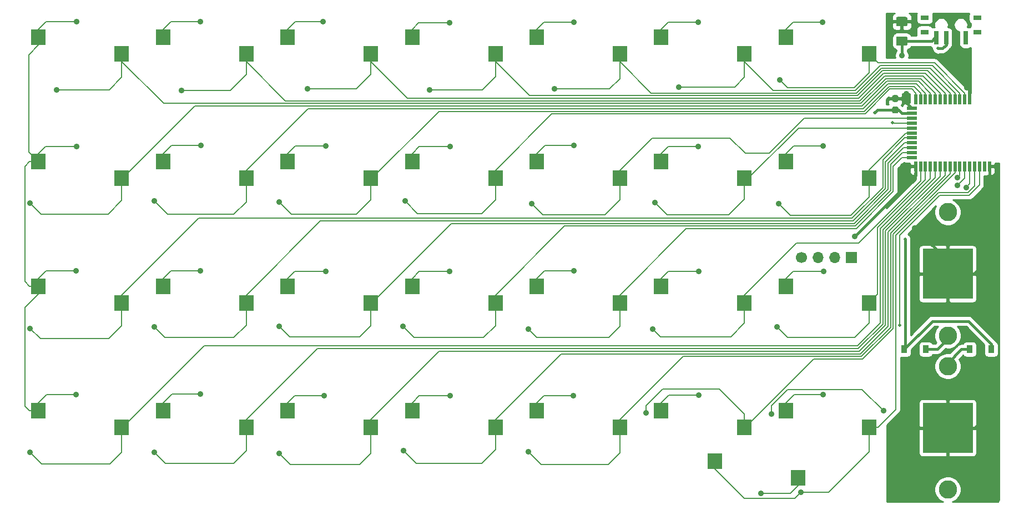
<source format=gtl>
G04 #@! TF.GenerationSoftware,KiCad,Pcbnew,(5.1.6)-1*
G04 #@! TF.CreationDate,2020-05-31T11:49:10+09:00*
G04 #@! TF.ProjectId,7x4x2-pcb,37783478-322d-4706-9362-2e6b69636164,rev?*
G04 #@! TF.SameCoordinates,PX2faf080PY2faf080*
G04 #@! TF.FileFunction,Copper,L1,Top*
G04 #@! TF.FilePolarity,Positive*
%FSLAX46Y46*%
G04 Gerber Fmt 4.6, Leading zero omitted, Abs format (unit mm)*
G04 Created by KiCad (PCBNEW (5.1.6)-1) date 2020-05-31 11:49:10*
%MOMM*%
%LPD*%
G01*
G04 APERTURE LIST*
G04 #@! TA.AperFunction,SMDPad,CuDef*
%ADD10R,0.500000X1.600000*%
G04 #@! TD*
G04 #@! TA.AperFunction,SMDPad,CuDef*
%ADD11R,1.600000X0.500000*%
G04 #@! TD*
G04 #@! TA.AperFunction,SMDPad,CuDef*
%ADD12R,2.300000X2.400000*%
G04 #@! TD*
G04 #@! TA.AperFunction,ComponentPad*
%ADD13C,2.800000*%
G04 #@! TD*
G04 #@! TA.AperFunction,SMDPad,CuDef*
%ADD14R,7.600000X7.600000*%
G04 #@! TD*
G04 #@! TA.AperFunction,SMDPad,CuDef*
%ADD15R,0.900000X1.200000*%
G04 #@! TD*
G04 #@! TA.AperFunction,ComponentPad*
%ADD16R,1.700000X1.700000*%
G04 #@! TD*
G04 #@! TA.AperFunction,ComponentPad*
%ADD17O,1.700000X1.700000*%
G04 #@! TD*
G04 #@! TA.AperFunction,ComponentPad*
%ADD18C,1.700000*%
G04 #@! TD*
G04 #@! TA.AperFunction,SMDPad,CuDef*
%ADD19R,0.700000X2.000000*%
G04 #@! TD*
G04 #@! TA.AperFunction,SMDPad,CuDef*
%ADD20R,1.300000X0.800000*%
G04 #@! TD*
G04 #@! TA.AperFunction,ViaPad*
%ADD21C,0.900000*%
G04 #@! TD*
G04 #@! TA.AperFunction,ViaPad*
%ADD22C,0.500000*%
G04 #@! TD*
G04 #@! TA.AperFunction,Conductor*
%ADD23C,0.400000*%
G04 #@! TD*
G04 #@! TA.AperFunction,Conductor*
%ADD24C,0.200000*%
G04 #@! TD*
G04 #@! TA.AperFunction,Conductor*
%ADD25C,0.254000*%
G04 #@! TD*
G04 APERTURE END LIST*
D10*
X148251001Y-39755521D03*
X147501001Y-39755521D03*
X146751001Y-39755521D03*
X146001001Y-39755521D03*
X145251001Y-39755521D03*
X144501001Y-39755521D03*
X143751001Y-39755521D03*
X143001001Y-39755521D03*
X142251001Y-39755521D03*
X141501001Y-39755521D03*
X140751001Y-39755521D03*
X140001001Y-39755521D03*
D11*
X139401001Y-41105521D03*
X139401001Y-41855521D03*
X139401001Y-42605521D03*
X139401001Y-43355521D03*
X139401001Y-44105521D03*
X139401001Y-44855521D03*
X139401001Y-45605521D03*
X139401001Y-46355521D03*
X139401001Y-47105521D03*
X139401001Y-47855521D03*
X139401001Y-48605521D03*
D10*
X140001001Y-49955521D03*
X140751001Y-49955521D03*
X141501001Y-49955521D03*
X142251001Y-49955521D03*
X143001001Y-49955521D03*
X143751001Y-49955521D03*
X144501001Y-49955521D03*
X145251001Y-49955521D03*
X146001001Y-49955521D03*
X146751001Y-49955521D03*
X147501001Y-49955521D03*
X148251001Y-49955521D03*
X149001001Y-49955521D03*
X149751001Y-49955521D03*
X150501001Y-49955521D03*
X151251001Y-49955521D03*
D12*
X122101001Y-97475521D03*
X109401001Y-94935521D03*
D13*
X144901001Y-75755521D03*
X144901001Y-56955521D03*
D14*
X144901001Y-66355521D03*
D13*
X144901001Y-99255521D03*
X144901001Y-80455521D03*
D14*
X144901001Y-89855521D03*
D12*
X120201001Y-87235521D03*
X132901001Y-89775521D03*
X101201001Y-87235521D03*
X113901001Y-89775521D03*
X82201001Y-87235521D03*
X94901001Y-89775521D03*
X63201001Y-87235521D03*
X75901001Y-89775521D03*
X44201001Y-87235521D03*
X56901001Y-89775521D03*
X25201001Y-87235521D03*
X37901001Y-89775521D03*
X6201001Y-87235521D03*
X18901001Y-89775521D03*
X120201001Y-68235521D03*
X132901001Y-70775521D03*
X101201001Y-68235521D03*
X113901001Y-70775521D03*
X82201001Y-68235521D03*
X94901001Y-70775521D03*
X63201001Y-68235521D03*
X75901001Y-70775521D03*
X44201001Y-68235521D03*
X56901001Y-70775521D03*
X25201001Y-68235521D03*
X37901001Y-70775521D03*
X6201001Y-68235521D03*
X18901001Y-70775521D03*
X120201001Y-49235521D03*
X132901001Y-51775521D03*
X101201001Y-49235521D03*
X113901001Y-51775521D03*
X82201001Y-49235521D03*
X94901001Y-51775521D03*
X63201001Y-49235521D03*
X75901001Y-51775521D03*
X44201001Y-49235521D03*
X56901001Y-51775521D03*
X25201001Y-49235521D03*
X37901001Y-51775521D03*
X6201001Y-49235521D03*
X18901001Y-51775521D03*
X120201001Y-30235521D03*
X132901001Y-32775521D03*
X101201001Y-30235521D03*
X113901001Y-32775521D03*
X82201001Y-30235521D03*
X94901001Y-32775521D03*
X63201001Y-30235521D03*
X75901001Y-32775521D03*
X44201001Y-30235521D03*
X56901001Y-32775521D03*
X25201001Y-30235521D03*
X37901001Y-32775521D03*
X6201001Y-30235521D03*
X18901001Y-32775521D03*
D15*
X141551001Y-77855521D03*
X138251001Y-77855521D03*
X148251001Y-77855521D03*
X151551001Y-77855521D03*
G04 #@! TA.AperFunction,SMDPad,CuDef*
G36*
G01*
X137276001Y-30130521D02*
X138526001Y-30130521D01*
G75*
G02*
X138776001Y-30380521I0J-250000D01*
G01*
X138776001Y-31305521D01*
G75*
G02*
X138526001Y-31555521I-250000J0D01*
G01*
X137276001Y-31555521D01*
G75*
G02*
X137026001Y-31305521I0J250000D01*
G01*
X137026001Y-30380521D01*
G75*
G02*
X137276001Y-30130521I250000J0D01*
G01*
G37*
G04 #@! TD.AperFunction*
G04 #@! TA.AperFunction,SMDPad,CuDef*
G36*
G01*
X137276001Y-27155521D02*
X138526001Y-27155521D01*
G75*
G02*
X138776001Y-27405521I0J-250000D01*
G01*
X138776001Y-28330521D01*
G75*
G02*
X138526001Y-28580521I-250000J0D01*
G01*
X137276001Y-28580521D01*
G75*
G02*
X137026001Y-28330521I0J250000D01*
G01*
X137026001Y-27405521D01*
G75*
G02*
X137276001Y-27155521I250000J0D01*
G01*
G37*
G04 #@! TD.AperFunction*
D16*
X130221001Y-63855521D03*
D17*
X127681001Y-63855521D03*
X125141001Y-63855521D03*
D18*
X122601001Y-63855521D03*
G04 #@! TA.AperFunction,SMDPad,CuDef*
G36*
G01*
X137138501Y-40130521D02*
X136663501Y-40130521D01*
G75*
G02*
X136426001Y-39893021I0J237500D01*
G01*
X136426001Y-39318021D01*
G75*
G02*
X136663501Y-39080521I237500J0D01*
G01*
X137138501Y-39080521D01*
G75*
G02*
X137376001Y-39318021I0J-237500D01*
G01*
X137376001Y-39893021D01*
G75*
G02*
X137138501Y-40130521I-237500J0D01*
G01*
G37*
G04 #@! TD.AperFunction*
G04 #@! TA.AperFunction,SMDPad,CuDef*
G36*
G01*
X137138501Y-41880521D02*
X136663501Y-41880521D01*
G75*
G02*
X136426001Y-41643021I0J237500D01*
G01*
X136426001Y-41068021D01*
G75*
G02*
X136663501Y-40830521I237500J0D01*
G01*
X137138501Y-40830521D01*
G75*
G02*
X137376001Y-41068021I0J-237500D01*
G01*
X137376001Y-41643021D01*
G75*
G02*
X137138501Y-41880521I-237500J0D01*
G01*
G37*
G04 #@! TD.AperFunction*
D19*
X144651001Y-30355521D03*
X143151001Y-30355521D03*
X147651001Y-30355521D03*
D20*
X149401001Y-27255521D03*
X149401001Y-29455521D03*
X141401001Y-29455521D03*
X141401001Y-27255521D03*
D21*
X139801001Y-28155521D03*
X138601001Y-38905620D03*
X147801001Y-37955521D03*
X130701001Y-60655521D03*
X138101001Y-49855521D03*
X139901001Y-59355521D03*
X151401001Y-82355521D03*
X151401001Y-71855521D03*
D22*
X133801001Y-41755521D03*
X143401001Y-31955511D03*
D21*
X147701001Y-53155521D03*
X146401001Y-52855521D03*
X137901001Y-33055521D03*
D22*
X138401001Y-61055521D03*
D21*
X146401001Y-51655521D03*
D22*
X136501001Y-43255521D03*
D21*
X9001001Y-38255521D03*
X28001001Y-38355521D03*
X47201001Y-38155521D03*
X65901001Y-38255521D03*
X84901001Y-38155521D03*
X4901001Y-55555521D03*
X23901001Y-55255521D03*
X42901001Y-55355521D03*
X62101001Y-55255521D03*
X81401001Y-55655521D03*
X100201001Y-55455521D03*
X103901001Y-37855521D03*
X119301001Y-36755521D03*
X119101001Y-55655521D03*
X4901001Y-74655521D03*
X23901001Y-74455521D03*
X42901001Y-74355521D03*
X61801001Y-74355521D03*
X80901001Y-74755521D03*
X99901001Y-74755521D03*
X118901001Y-74455521D03*
X4901001Y-93555521D03*
X23901001Y-93555521D03*
X42901001Y-93755521D03*
X61901001Y-93355521D03*
X80901001Y-93455521D03*
X98901001Y-87555521D03*
X122501001Y-99655521D03*
X135101001Y-87255521D03*
X118001001Y-87755521D03*
X12001001Y-27855521D03*
X30901001Y-27855521D03*
X49601001Y-27855521D03*
X68901001Y-28055521D03*
X87901001Y-27955521D03*
X106801001Y-27955521D03*
X125801001Y-27955521D03*
X12001001Y-46955521D03*
X31001001Y-46755521D03*
X50001001Y-46855521D03*
X69001001Y-46955521D03*
X87901001Y-46755521D03*
X106801001Y-46955521D03*
X125901001Y-46855521D03*
X126001001Y-65955521D03*
X106901001Y-65955521D03*
X87901001Y-65855521D03*
X68901001Y-65955521D03*
X50001001Y-65955521D03*
X30901001Y-65855521D03*
X11901001Y-65855521D03*
X11901001Y-84755521D03*
X30901001Y-84655521D03*
X125901001Y-84755521D03*
X106901001Y-84855521D03*
X87801001Y-84955521D03*
X69001001Y-84955521D03*
X49801001Y-84955521D03*
X116401001Y-99855521D03*
D22*
X137600991Y-74155521D03*
D23*
X137901001Y-39605521D02*
X139401001Y-41105521D01*
X136901001Y-39605521D02*
X137901001Y-39605521D01*
D24*
X137901001Y-27868021D02*
X139513501Y-27868021D01*
X139513501Y-27868021D02*
X139801001Y-28155521D01*
D23*
X136901001Y-39605521D02*
X137901100Y-39605521D01*
X137901100Y-39605521D02*
X138601001Y-38905620D01*
X148200991Y-38255511D02*
X148200991Y-39755521D01*
X147901001Y-37955521D02*
X148200991Y-38255511D01*
X140001001Y-49955521D02*
X140001001Y-51355521D01*
X140001001Y-51355521D02*
X130701001Y-60655521D01*
X139901001Y-49855521D02*
X140001001Y-49955521D01*
X138101001Y-49855521D02*
X139901001Y-49855521D01*
X148901001Y-66355521D02*
X144901001Y-66355521D01*
X151251001Y-64005521D02*
X148901001Y-66355521D01*
X151251001Y-49955521D02*
X151251001Y-64005521D01*
X144901001Y-64355521D02*
X144901001Y-66355521D01*
X139901001Y-59355521D02*
X144901001Y-64355521D01*
D24*
X151401001Y-87355521D02*
X151401001Y-82355521D01*
X144901001Y-89855521D02*
X148901001Y-89855521D01*
X148901001Y-89855521D02*
X151401001Y-87355521D01*
X144901001Y-70355521D02*
X144901001Y-66355521D01*
X146401001Y-71855521D02*
X144901001Y-70355521D01*
X151401001Y-71855521D02*
X146401001Y-71855521D01*
D23*
X138401001Y-41855521D02*
X139401001Y-41855521D01*
X137876001Y-41855521D02*
X138401001Y-41855521D01*
X137376001Y-41355521D02*
X137876001Y-41855521D01*
X136901001Y-41355521D02*
X137376001Y-41355521D01*
X134201001Y-41355521D02*
X133801001Y-41755521D01*
X136901001Y-41355521D02*
X134201001Y-41355521D01*
X144126011Y-31955511D02*
X143401001Y-31955511D01*
X144651001Y-29855521D02*
X144651001Y-31430521D01*
X144651001Y-31430521D02*
X144126011Y-31955511D01*
D24*
X148251001Y-49955521D02*
X148251001Y-52605521D01*
X148251001Y-52605521D02*
X147701001Y-53155521D01*
X147501001Y-51755521D02*
X146401001Y-52855521D01*
X147501001Y-49955521D02*
X147501001Y-51755521D01*
D23*
X137901001Y-30843021D02*
X137901001Y-33055521D01*
X138401001Y-77705521D02*
X138401001Y-61055521D01*
X138251001Y-77855521D02*
X138401001Y-77705521D01*
X142551001Y-73555521D02*
X138251001Y-77855521D01*
X148051001Y-73555521D02*
X142551001Y-73555521D01*
X151551001Y-77855521D02*
X151551001Y-77055521D01*
X151551001Y-77055521D02*
X148051001Y-73555521D01*
X143151001Y-30355521D02*
X143151001Y-29855521D01*
X142451002Y-30855521D02*
X142951002Y-30355521D01*
X137901001Y-30843021D02*
X137913501Y-30855521D01*
X142951002Y-30355521D02*
X143151001Y-30355521D01*
X137913501Y-30855521D02*
X142451002Y-30855521D01*
X147001001Y-77855521D02*
X148251001Y-77855521D01*
X144901001Y-79955521D02*
X147001001Y-77855521D01*
X143301001Y-77855521D02*
X141551001Y-77855521D01*
X144901001Y-76255521D02*
X143301001Y-77855521D01*
D24*
X146751001Y-49955521D02*
X146751001Y-51305521D01*
X146751001Y-51305521D02*
X146401001Y-51655521D01*
X136601001Y-43355521D02*
X139401001Y-43355521D01*
X136501001Y-43255521D02*
X136601001Y-43355521D01*
X18901001Y-32775521D02*
X18901001Y-36355521D01*
X18901001Y-36355521D02*
X17001001Y-38255521D01*
X17001001Y-38255521D02*
X9001001Y-38255521D01*
X140801056Y-36555576D02*
X143001001Y-38755521D01*
X135429446Y-36555576D02*
X140801056Y-36555576D01*
X18901001Y-32775521D02*
X18901001Y-33975521D01*
X143001001Y-38755521D02*
X143001001Y-39755521D01*
X25281067Y-40355587D02*
X131629435Y-40355587D01*
X18901001Y-33975521D02*
X25281067Y-40355587D01*
X131629435Y-40355587D02*
X135429446Y-36555576D01*
X37901001Y-32775521D02*
X37901001Y-35955521D01*
X37901001Y-35955521D02*
X35501001Y-38355521D01*
X35501001Y-38355521D02*
X28001001Y-38355521D01*
X143751001Y-38755521D02*
X143751001Y-39755521D01*
X141151045Y-36155565D02*
X143751001Y-38755521D01*
X135263757Y-36155565D02*
X141151045Y-36155565D01*
X131463746Y-39955576D02*
X135263757Y-36155565D01*
X43881056Y-39955576D02*
X131463746Y-39955576D01*
X37901001Y-33975521D02*
X43881056Y-39955576D01*
X37901001Y-32775521D02*
X37901001Y-33975521D01*
X56901001Y-32775521D02*
X56901001Y-35955521D01*
X56901001Y-35955521D02*
X54701001Y-38155521D01*
X54701001Y-38155521D02*
X47201001Y-38155521D01*
X144501001Y-38755521D02*
X144501001Y-39755521D01*
X141501034Y-35755554D02*
X144501001Y-38755521D01*
X135098068Y-35755554D02*
X141501034Y-35755554D01*
X131298057Y-39555565D02*
X135098068Y-35755554D01*
X62481045Y-39555565D02*
X131298057Y-39555565D01*
X56901001Y-32775521D02*
X56901001Y-33975521D01*
X56901001Y-33975521D02*
X62481045Y-39555565D01*
X75901001Y-32775521D02*
X75901001Y-36255521D01*
X75901001Y-36255521D02*
X73901001Y-38255521D01*
X73901001Y-38255521D02*
X65901001Y-38255521D01*
X145251001Y-38755521D02*
X145251001Y-39755521D01*
X141851023Y-35355543D02*
X145251001Y-38755521D01*
X75901001Y-32775521D02*
X75901001Y-33975521D01*
X134932379Y-35355543D02*
X141851023Y-35355543D01*
X75901001Y-33975521D02*
X81081034Y-39155554D01*
X81081034Y-39155554D02*
X131132368Y-39155554D01*
X131132368Y-39155554D02*
X134932379Y-35355543D01*
X94901001Y-32775521D02*
X94901001Y-36555521D01*
X94901001Y-36555521D02*
X93301001Y-38155521D01*
X93301001Y-38155521D02*
X84901001Y-38155521D01*
X94901001Y-33975521D02*
X99681023Y-38755543D01*
X94901001Y-32775521D02*
X94901001Y-33975521D01*
X99681023Y-38755543D02*
X130966679Y-38755543D01*
X146001001Y-38755521D02*
X146001001Y-39755521D01*
X142201012Y-34955532D02*
X146001001Y-38755521D01*
X130966679Y-38755543D02*
X134766690Y-34955532D01*
X134766690Y-34955532D02*
X142201012Y-34955532D01*
X30070924Y-40755598D02*
X131795124Y-40755598D01*
X19051001Y-51775521D02*
X30070924Y-40755598D01*
X131795124Y-40755598D02*
X135595135Y-36955587D01*
X142251001Y-38755521D02*
X142251001Y-39755521D01*
X140451067Y-36955587D02*
X142251001Y-38755521D01*
X18901001Y-51775521D02*
X19051001Y-51775521D01*
X135595135Y-36955587D02*
X140451067Y-36955587D01*
X6601001Y-57255521D02*
X4901001Y-55555521D01*
X18901001Y-51775521D02*
X18901001Y-55155521D01*
X16801001Y-57255521D02*
X6601001Y-57255521D01*
X18901001Y-55155521D02*
X16801001Y-57255521D01*
X135760824Y-37355598D02*
X140101078Y-37355598D01*
X131960813Y-41155609D02*
X135760824Y-37355598D01*
X141501001Y-38755521D02*
X141501001Y-39755521D01*
X47320913Y-41155609D02*
X131960813Y-41155609D01*
X37901001Y-50575521D02*
X47320913Y-41155609D01*
X140101078Y-37355598D02*
X141501001Y-38755521D01*
X37901001Y-51775521D02*
X37901001Y-50575521D01*
X25901001Y-57255521D02*
X23901001Y-55255521D01*
X36001001Y-57255521D02*
X25901001Y-57255521D01*
X37901001Y-51775521D02*
X37901001Y-55355521D01*
X37901001Y-55355521D02*
X36001001Y-57255521D01*
X139751089Y-37755609D02*
X140751001Y-38755521D01*
X132126502Y-41555620D02*
X135926513Y-37755609D01*
X140751001Y-38755521D02*
X140751001Y-39755521D01*
X67270902Y-41555620D02*
X132126502Y-41555620D01*
X135926513Y-37755609D02*
X139751089Y-37755609D01*
X56901001Y-51775521D02*
X57051001Y-51775521D01*
X57051001Y-51775521D02*
X67270902Y-41555620D01*
X44801001Y-57255521D02*
X42901001Y-55355521D01*
X56901001Y-51775521D02*
X56901001Y-55055521D01*
X54701001Y-57255521D02*
X44801001Y-57255521D01*
X56901001Y-55055521D02*
X54701001Y-57255521D01*
X75901001Y-51775521D02*
X75901001Y-50575521D01*
X136092202Y-38155620D02*
X139401100Y-38155620D01*
X140001001Y-38755521D02*
X140001001Y-39755521D01*
X132292191Y-41955631D02*
X136092202Y-38155620D01*
X139401100Y-38155620D02*
X140001001Y-38755521D01*
X75901001Y-50575521D02*
X84520891Y-41955631D01*
X84520891Y-41955631D02*
X132292191Y-41955631D01*
X64001001Y-57155521D02*
X62101001Y-55255521D01*
X73801001Y-57155521D02*
X64001001Y-57155521D01*
X75901001Y-51775521D02*
X75901001Y-55055521D01*
X75901001Y-55055521D02*
X73801001Y-57155521D01*
X138401001Y-42605521D02*
X139401001Y-42605521D01*
X123051001Y-42605521D02*
X138401001Y-42605521D01*
X94901001Y-50575521D02*
X99821001Y-45655521D01*
X117701001Y-47955521D02*
X123051001Y-42605521D01*
X94901001Y-51775521D02*
X94901001Y-50575521D01*
X111701001Y-45655521D02*
X114001001Y-47955521D01*
X99821001Y-45655521D02*
X111701001Y-45655521D01*
X114001001Y-47955521D02*
X117701001Y-47955521D01*
X83101001Y-57355521D02*
X81401001Y-55655521D01*
X92601001Y-57355521D02*
X83101001Y-57355521D01*
X94901001Y-51775521D02*
X94901001Y-55055521D01*
X94901001Y-55055521D02*
X92601001Y-57355521D01*
X138401001Y-44105521D02*
X139401001Y-44105521D01*
X122151001Y-44105521D02*
X138401001Y-44105521D01*
X113901001Y-51775521D02*
X114481001Y-51775521D01*
X114481001Y-51775521D02*
X122151001Y-44105521D01*
X102101001Y-57355521D02*
X100201001Y-55455521D01*
X111516002Y-57355521D02*
X102101001Y-57355521D01*
X113901001Y-51775521D02*
X113901001Y-54970522D01*
X113901001Y-54970522D02*
X111516002Y-57355521D01*
X146751001Y-38755521D02*
X146751001Y-39755521D01*
X142551001Y-34555521D02*
X146751001Y-38755521D01*
X134601001Y-34555521D02*
X142551001Y-34555521D01*
X130800990Y-38355532D02*
X134601001Y-34555521D01*
X118281012Y-38355532D02*
X130800990Y-38355532D01*
X113901001Y-33975521D02*
X118281012Y-38355532D01*
X113901001Y-32775521D02*
X113901001Y-33975521D01*
X104537397Y-37855521D02*
X103901001Y-37855521D01*
X113901001Y-36355521D02*
X112401001Y-37855521D01*
X112401001Y-37855521D02*
X104537397Y-37855521D01*
X113901001Y-32775521D02*
X113901001Y-36355521D01*
X147501001Y-38755521D02*
X147501001Y-39755521D01*
X142901001Y-34155521D02*
X147501001Y-38755521D01*
X132901001Y-32775521D02*
X134281001Y-34155521D01*
X134281001Y-34155521D02*
X142901001Y-34155521D01*
X120501001Y-37955521D02*
X119301001Y-36755521D01*
X130601001Y-37955521D02*
X120501001Y-37955521D01*
X132901001Y-32775521D02*
X132901001Y-35655521D01*
X132901001Y-35655521D02*
X130601001Y-37955521D01*
X138501001Y-44855521D02*
X139401001Y-44855521D01*
X132901001Y-51775521D02*
X132901001Y-50455521D01*
X132901001Y-50455521D02*
X138501001Y-44855521D01*
X120901001Y-57455521D02*
X119101001Y-55655521D01*
X132901001Y-51775521D02*
X132901001Y-54655521D01*
X130101001Y-57455521D02*
X120901001Y-57455521D01*
X132901001Y-54655521D02*
X130101001Y-57455521D01*
X138401001Y-45605521D02*
X139401001Y-45605521D01*
X138351001Y-45605521D02*
X138401001Y-45605521D01*
X135000957Y-48955565D02*
X138351001Y-45605521D01*
X135000957Y-53155562D02*
X135000957Y-48955565D01*
X30621001Y-57855521D02*
X130300998Y-57855521D01*
X18901001Y-69575521D02*
X30621001Y-57855521D01*
X18901001Y-70775521D02*
X18901001Y-69575521D01*
X130300998Y-57855521D02*
X135000957Y-53155562D01*
X18901001Y-70775521D02*
X18901001Y-74255521D01*
X18901001Y-74255521D02*
X16901001Y-76255521D01*
X16901001Y-76255521D02*
X6501001Y-76255521D01*
X6501001Y-76255521D02*
X4901001Y-74655521D01*
X135400968Y-53321251D02*
X135400968Y-49255554D01*
X49220990Y-58255532D02*
X130466687Y-58255532D01*
X138401001Y-46355521D02*
X139401001Y-46355521D01*
X138301001Y-46355521D02*
X138401001Y-46355521D01*
X135400968Y-49255554D02*
X138301001Y-46355521D01*
X130466687Y-58255532D02*
X135400968Y-53321251D01*
X37901001Y-69575521D02*
X49220990Y-58255532D01*
X37901001Y-70775521D02*
X37901001Y-69575521D01*
X37901001Y-70775521D02*
X37901001Y-74155521D01*
X37901001Y-74155521D02*
X36001011Y-76055511D01*
X36001011Y-76055511D02*
X25500991Y-76055511D01*
X25500991Y-76055511D02*
X23901001Y-74455521D01*
X138151001Y-47105521D02*
X138401001Y-47105521D01*
X135800979Y-49455543D02*
X138151001Y-47105521D01*
X138401001Y-47105521D02*
X139401001Y-47105521D01*
X130632376Y-58655543D02*
X135800979Y-53486940D01*
X69170979Y-58655543D02*
X130632376Y-58655543D01*
X135800979Y-53486940D02*
X135800979Y-49455543D01*
X57051001Y-70775521D02*
X69170979Y-58655543D01*
X56901001Y-70775521D02*
X57051001Y-70775521D01*
X56901001Y-70775521D02*
X56901001Y-74255521D01*
X56901001Y-74255521D02*
X55201001Y-75955521D01*
X55201001Y-75955521D02*
X44501001Y-75955521D01*
X44501001Y-75955521D02*
X42901001Y-74355521D01*
X136149549Y-53704069D02*
X136201001Y-53652617D01*
X136200990Y-53652627D02*
X136149549Y-53704069D01*
X136200990Y-49655532D02*
X136200990Y-53652627D01*
X139401001Y-47855521D02*
X138001001Y-47855521D01*
X138001001Y-47855521D02*
X136200990Y-49655532D01*
X75901001Y-70775521D02*
X75901001Y-69575521D01*
X86420968Y-59055554D02*
X130798064Y-59055554D01*
X75901001Y-69575521D02*
X86420968Y-59055554D01*
X130798064Y-59055554D02*
X136149549Y-53704069D01*
X75901001Y-70775521D02*
X75901001Y-74255521D01*
X75901001Y-74255521D02*
X74101001Y-76055521D01*
X74101001Y-76055521D02*
X63501001Y-76055521D01*
X63501001Y-76055521D02*
X61801001Y-74355521D01*
X94901001Y-70775521D02*
X94901001Y-74355521D01*
X94901001Y-74355521D02*
X93201011Y-76055511D01*
X93201011Y-76055511D02*
X82200991Y-76055511D01*
X82200991Y-76055511D02*
X80901001Y-74755521D01*
X94901001Y-69575521D02*
X94901001Y-70775521D01*
X105020957Y-59455565D02*
X94901001Y-69575521D01*
X137951001Y-48605521D02*
X136601001Y-49955521D01*
X136601001Y-53818318D02*
X130963754Y-59455565D01*
X136601001Y-49955521D02*
X136601001Y-53818318D01*
X139401001Y-48605521D02*
X137951001Y-48605521D01*
X130963754Y-59455565D02*
X105020957Y-59455565D01*
X113901001Y-70775521D02*
X113901001Y-73855521D01*
X113901001Y-73855521D02*
X111801001Y-75955521D01*
X111801001Y-75955521D02*
X101101001Y-75955521D01*
X101101001Y-75955521D02*
X99901001Y-74755521D01*
X131301001Y-61655521D02*
X121821001Y-61655521D01*
X121821001Y-61655521D02*
X113901001Y-69575521D01*
X140751001Y-49955521D02*
X140751001Y-52205521D01*
X113901001Y-69575521D02*
X113901001Y-70775521D01*
X140751001Y-52205521D02*
X131301001Y-61655521D01*
X132901001Y-70775521D02*
X132901001Y-73855521D01*
X132901001Y-73855521D02*
X130701001Y-76055521D01*
X130701001Y-76055521D02*
X120501001Y-76055521D01*
X120501001Y-76055521D02*
X118901001Y-74455521D01*
X134201001Y-59321221D02*
X141501001Y-52021221D01*
X141501001Y-50955521D02*
X141501001Y-49955521D01*
X132901001Y-70775521D02*
X134201001Y-69475521D01*
X141501001Y-52021221D02*
X141501001Y-50955521D01*
X134201001Y-69475521D02*
X134201001Y-59321221D01*
X18901001Y-89775521D02*
X18901001Y-93555521D01*
X18901001Y-93555521D02*
X17101001Y-95355521D01*
X17101001Y-95355521D02*
X6701001Y-95355521D01*
X6701001Y-95355521D02*
X4901001Y-93555521D01*
X142251001Y-49955521D02*
X142251001Y-51836921D01*
X134601001Y-59486921D02*
X134601001Y-73855521D01*
X142251001Y-51836921D02*
X134601001Y-59486921D01*
X19051001Y-89775521D02*
X18901001Y-89775521D01*
X31471001Y-77355521D02*
X19051001Y-89775521D01*
X131101001Y-77355521D02*
X31471001Y-77355521D01*
X134601001Y-73855521D02*
X131101001Y-77355521D01*
X37901001Y-89775521D02*
X37901001Y-93355521D01*
X37901001Y-93355521D02*
X36001001Y-95255521D01*
X36001001Y-95255521D02*
X25601001Y-95255521D01*
X25601001Y-95255521D02*
X23901001Y-93555521D01*
X131266690Y-77755532D02*
X48720990Y-77755532D01*
X48720990Y-77755532D02*
X37901001Y-88575521D01*
X135001012Y-74021210D02*
X131266690Y-77755532D01*
X143001001Y-49955521D02*
X143001001Y-51652621D01*
X143001001Y-51652621D02*
X135001012Y-59652610D01*
X37901001Y-88575521D02*
X37901001Y-89775521D01*
X135001012Y-59652610D02*
X135001012Y-74021210D01*
X44601001Y-95455521D02*
X42901001Y-93755521D01*
X55201001Y-95455521D02*
X44601001Y-95455521D01*
X56901001Y-89775521D02*
X56901001Y-93755521D01*
X56901001Y-93755521D02*
X55201001Y-95455521D01*
X135401023Y-74186899D02*
X131432379Y-78155543D01*
X143751001Y-51477021D02*
X135401023Y-59826999D01*
X56901001Y-88575521D02*
X56901001Y-89775521D01*
X67320979Y-78155543D02*
X56901001Y-88575521D01*
X131432379Y-78155543D02*
X67320979Y-78155543D01*
X135401023Y-59826999D02*
X135401023Y-74186899D01*
X143751001Y-49955521D02*
X143751001Y-51477021D01*
X75901001Y-89775521D02*
X75901001Y-93155521D01*
X75901001Y-93155521D02*
X73801001Y-95255521D01*
X73801001Y-95255521D02*
X63801001Y-95255521D01*
X63801001Y-95255521D02*
X61901001Y-93355521D01*
X144501001Y-49955521D02*
X144501001Y-51292721D01*
X131598068Y-78555554D02*
X85920968Y-78555554D01*
X75901001Y-88575521D02*
X75901001Y-89775521D01*
X135801034Y-74352588D02*
X131598068Y-78555554D01*
X135801034Y-59992688D02*
X135801034Y-74352588D01*
X144501001Y-51292721D02*
X135801034Y-59992688D01*
X85920968Y-78555554D02*
X75901001Y-88575521D01*
X94901001Y-89775521D02*
X94901001Y-93655521D01*
X94901001Y-93655521D02*
X93101001Y-95455521D01*
X93101001Y-95455521D02*
X82901001Y-95455521D01*
X82901001Y-95455521D02*
X80901001Y-93455521D01*
X145251001Y-49955521D02*
X145251001Y-51108421D01*
X145251001Y-51108421D02*
X136201045Y-60158377D01*
X94901001Y-88575521D02*
X94901001Y-89775521D01*
X136201045Y-74518277D02*
X131763757Y-78955565D01*
X131763757Y-78955565D02*
X104520957Y-78955565D01*
X136201045Y-60158377D02*
X136201045Y-74518277D01*
X104520957Y-78955565D02*
X94901001Y-88575521D01*
X146001001Y-49955521D02*
X146001001Y-50924121D01*
X146001001Y-50924121D02*
X136601056Y-60324066D01*
X136601056Y-74683966D02*
X131929446Y-79355576D01*
X136601056Y-60324066D02*
X136601056Y-74683966D01*
X131929446Y-79355576D02*
X124470946Y-79355576D01*
X124470946Y-79355576D02*
X114051001Y-89775521D01*
X114051001Y-89775521D02*
X113901001Y-89775521D01*
X101401001Y-83955521D02*
X98901001Y-86455521D01*
X113901001Y-89775521D02*
X113901001Y-87755521D01*
X98901001Y-86455521D02*
X98901001Y-87555521D01*
X110101001Y-83955521D02*
X101401001Y-83955521D01*
X113901001Y-87755521D02*
X110101001Y-83955521D01*
X149001001Y-49955521D02*
X149001001Y-52955521D01*
X137001067Y-87025455D02*
X134251001Y-89775521D01*
X143535301Y-53955521D02*
X137001067Y-60489755D01*
X148001001Y-53955521D02*
X143535301Y-53955521D01*
X137001067Y-60489755D02*
X137001067Y-87025455D01*
X149001001Y-52955521D02*
X148001001Y-53955521D01*
X134251001Y-89775521D02*
X132901001Y-89775521D01*
X113871002Y-100605522D02*
X121551000Y-100605522D01*
X121551000Y-100605522D02*
X122501001Y-99655521D01*
X109401001Y-94935521D02*
X109401001Y-96135521D01*
X109401001Y-96135521D02*
X113871002Y-100605522D01*
X132901001Y-90975521D02*
X132901001Y-89775521D01*
X132901001Y-93455521D02*
X132901001Y-90975521D01*
X122501001Y-99655521D02*
X126701001Y-99655521D01*
X126701001Y-99655521D02*
X132901001Y-93455521D01*
X120451002Y-84005520D02*
X118001001Y-86455521D01*
X118001001Y-86455521D02*
X118001001Y-87755521D01*
X135101001Y-87255521D02*
X131851000Y-84005520D01*
X131851000Y-84005520D02*
X120451002Y-84005520D01*
X6201001Y-29035521D02*
X6201001Y-30235521D01*
X7381001Y-27855521D02*
X6201001Y-29035521D01*
X12001001Y-27855521D02*
X7381001Y-27855521D01*
X26381001Y-27855521D02*
X25201001Y-29035521D01*
X30901001Y-27855521D02*
X26381001Y-27855521D01*
X45381001Y-27855521D02*
X44201001Y-29035521D01*
X49601001Y-27855521D02*
X45381001Y-27855521D01*
X64181001Y-28055521D02*
X63201001Y-29035521D01*
X68901001Y-28055521D02*
X64181001Y-28055521D01*
X83281001Y-27955521D02*
X82201001Y-29035521D01*
X87901001Y-27955521D02*
X83281001Y-27955521D01*
X102281001Y-27955521D02*
X101201001Y-29035521D01*
X106801001Y-27955521D02*
X102281001Y-27955521D01*
X121281001Y-27955521D02*
X120201001Y-29035521D01*
X125801001Y-27955521D02*
X121281001Y-27955521D01*
X120201001Y-30235521D02*
X120201001Y-29035521D01*
X101201001Y-30235521D02*
X101201001Y-29035521D01*
X82201001Y-30235521D02*
X82201001Y-29035521D01*
X63201001Y-30235521D02*
X63201001Y-29035521D01*
X44201001Y-30235521D02*
X44201001Y-29035521D01*
X25201001Y-30235521D02*
X25201001Y-29035521D01*
X4701001Y-47735521D02*
X6201001Y-49235521D01*
X4701001Y-32935521D02*
X4701001Y-47735521D01*
X6201001Y-30235521D02*
X6201001Y-31435521D01*
X6201001Y-31435521D02*
X4701001Y-32935521D01*
X7281001Y-46955521D02*
X12001001Y-46955521D01*
X6201001Y-49235521D02*
X6201001Y-48035521D01*
X6201001Y-48035521D02*
X7281001Y-46955521D01*
X26481001Y-46755521D02*
X31001001Y-46755521D01*
X25201001Y-49235521D02*
X25201001Y-48035521D01*
X25201001Y-48035521D02*
X26481001Y-46755521D01*
X45381001Y-46855521D02*
X50001001Y-46855521D01*
X44201001Y-49235521D02*
X44201001Y-48035521D01*
X44201001Y-48035521D02*
X45381001Y-46855521D01*
X63201001Y-48035521D02*
X63201001Y-49235521D01*
X64281001Y-46955521D02*
X63201001Y-48035521D01*
X69001001Y-46955521D02*
X64281001Y-46955521D01*
X82201001Y-48035521D02*
X82201001Y-49235521D01*
X83481001Y-46755521D02*
X82201001Y-48035521D01*
X87901001Y-46755521D02*
X83481001Y-46755521D01*
X102281001Y-46955521D02*
X101201001Y-48035521D01*
X101201001Y-48035521D02*
X101201001Y-49235521D01*
X106801001Y-46955521D02*
X102281001Y-46955521D01*
X120201001Y-48035521D02*
X120201001Y-49235521D01*
X121381001Y-46855521D02*
X120201001Y-48035521D01*
X125901001Y-46855521D02*
X121381001Y-46855521D01*
X120201001Y-67035521D02*
X120201001Y-68235521D01*
X121281001Y-65955521D02*
X120201001Y-67035521D01*
X126001001Y-65955521D02*
X121281001Y-65955521D01*
X101201001Y-67035521D02*
X101201001Y-68235521D01*
X102281001Y-65955521D02*
X101201001Y-67035521D01*
X106901001Y-65955521D02*
X102281001Y-65955521D01*
X82201001Y-67035521D02*
X82201001Y-68235521D01*
X83381001Y-65855521D02*
X82201001Y-67035521D01*
X87901001Y-65855521D02*
X83381001Y-65855521D01*
X63201001Y-67035521D02*
X63201001Y-68235521D01*
X64281001Y-65955521D02*
X63201001Y-67035521D01*
X68901001Y-65955521D02*
X64281001Y-65955521D01*
X44201001Y-67035521D02*
X44201001Y-68235521D01*
X45281001Y-65955521D02*
X44201001Y-67035521D01*
X50001001Y-65955521D02*
X45281001Y-65955521D01*
X25201001Y-67035521D02*
X25201001Y-68235521D01*
X26381001Y-65855521D02*
X25201001Y-67035521D01*
X30901001Y-65855521D02*
X26381001Y-65855521D01*
X6201001Y-67035521D02*
X6201001Y-68235521D01*
X7381001Y-65855521D02*
X6201001Y-67035521D01*
X11901001Y-65855521D02*
X7381001Y-65855521D01*
X4151000Y-67535520D02*
X4851001Y-68235521D01*
X4151000Y-49935522D02*
X4151000Y-67535520D01*
X4851001Y-49235521D02*
X4151000Y-49935522D01*
X4851001Y-68235521D02*
X6201001Y-68235521D01*
X6201001Y-49235521D02*
X4851001Y-49235521D01*
X4851001Y-87235521D02*
X6201001Y-87235521D01*
X4151000Y-86535520D02*
X4851001Y-87235521D01*
X4151000Y-71485522D02*
X4151000Y-86535520D01*
X6201001Y-69435521D02*
X4151000Y-71485522D01*
X6201001Y-68235521D02*
X6201001Y-69435521D01*
X6201001Y-87235521D02*
X6201001Y-86035521D01*
X7481001Y-84755521D02*
X11901001Y-84755521D01*
X6201001Y-86035521D02*
X7481001Y-84755521D01*
X25201001Y-86035521D02*
X25201001Y-87235521D01*
X26581001Y-84655521D02*
X25201001Y-86035521D01*
X30901001Y-84655521D02*
X26581001Y-84655521D01*
X120201001Y-86035521D02*
X120201001Y-87235521D01*
X121481001Y-84755521D02*
X120201001Y-86035521D01*
X125901001Y-84755521D02*
X121481001Y-84755521D01*
X101201001Y-86035521D02*
X101201001Y-87235521D01*
X102381001Y-84855521D02*
X101201001Y-86035521D01*
X106901001Y-84855521D02*
X102381001Y-84855521D01*
X82201001Y-86035521D02*
X82201001Y-87235521D01*
X83281001Y-84955521D02*
X82201001Y-86035521D01*
X87801001Y-84955521D02*
X83281001Y-84955521D01*
X63201001Y-86035521D02*
X63201001Y-87235521D01*
X64281001Y-84955521D02*
X63201001Y-86035521D01*
X69001001Y-84955521D02*
X64281001Y-84955521D01*
X45281001Y-84955521D02*
X44201001Y-86035521D01*
X44201001Y-86035521D02*
X44201001Y-87235521D01*
X49801001Y-84955521D02*
X45281001Y-84955521D01*
X122101001Y-98675521D02*
X122101001Y-97475521D01*
X120921001Y-99855521D02*
X122101001Y-98675521D01*
X116401001Y-99855521D02*
X120921001Y-99855521D01*
X148166690Y-54355532D02*
X143700990Y-54355532D01*
X149751001Y-52771221D02*
X148166690Y-54355532D01*
X143700990Y-54355532D02*
X137600991Y-60455531D01*
X137600991Y-60455531D02*
X137600991Y-73801968D01*
X137600991Y-73801968D02*
X137600991Y-74155521D01*
X149751001Y-49955521D02*
X149751001Y-52771221D01*
D25*
G36*
X152691001Y-100820800D02*
G01*
X152682139Y-100911185D01*
X152665971Y-100964735D01*
X152639713Y-101014118D01*
X152604358Y-101057468D01*
X152561262Y-101093120D01*
X152512064Y-101119722D01*
X152458626Y-101136263D01*
X152370546Y-101145521D01*
X145655848Y-101145521D01*
X145864935Y-101058914D01*
X146198238Y-100836208D01*
X146481688Y-100552758D01*
X146704394Y-100219455D01*
X146857797Y-99849108D01*
X146936001Y-99455951D01*
X146936001Y-99055091D01*
X146857797Y-98661934D01*
X146704394Y-98291587D01*
X146481688Y-97958284D01*
X146198238Y-97674834D01*
X145864935Y-97452128D01*
X145494588Y-97298725D01*
X145101431Y-97220521D01*
X144700571Y-97220521D01*
X144307414Y-97298725D01*
X143937067Y-97452128D01*
X143603764Y-97674834D01*
X143320314Y-97958284D01*
X143097608Y-98291587D01*
X142944205Y-98661934D01*
X142866001Y-99055091D01*
X142866001Y-99455951D01*
X142944205Y-99849108D01*
X143097608Y-100219455D01*
X143320314Y-100552758D01*
X143603764Y-100836208D01*
X143937067Y-101058914D01*
X144146154Y-101145521D01*
X135617447Y-101145521D01*
X135609306Y-93655521D01*
X140462929Y-93655521D01*
X140475189Y-93780003D01*
X140511499Y-93899701D01*
X140570464Y-94010015D01*
X140649816Y-94106706D01*
X140746507Y-94186058D01*
X140856821Y-94245023D01*
X140976519Y-94281333D01*
X141101001Y-94293593D01*
X144615251Y-94290521D01*
X144774001Y-94131771D01*
X144774001Y-89982521D01*
X145028001Y-89982521D01*
X145028001Y-94131771D01*
X145186751Y-94290521D01*
X148701001Y-94293593D01*
X148825483Y-94281333D01*
X148945181Y-94245023D01*
X149055495Y-94186058D01*
X149152186Y-94106706D01*
X149231538Y-94010015D01*
X149290503Y-93899701D01*
X149326813Y-93780003D01*
X149339073Y-93655521D01*
X149336001Y-90141271D01*
X149177251Y-89982521D01*
X145028001Y-89982521D01*
X144774001Y-89982521D01*
X140624751Y-89982521D01*
X140466001Y-90141271D01*
X140462929Y-93655521D01*
X135609306Y-93655521D01*
X135604746Y-89461222D01*
X137495260Y-87570709D01*
X137523305Y-87547693D01*
X137615154Y-87435775D01*
X137634487Y-87399605D01*
X137683404Y-87308089D01*
X137725432Y-87169540D01*
X137739623Y-87025455D01*
X137736067Y-86989350D01*
X137736067Y-86055521D01*
X140462929Y-86055521D01*
X140466001Y-89569771D01*
X140624751Y-89728521D01*
X144774001Y-89728521D01*
X144774001Y-85579271D01*
X145028001Y-85579271D01*
X145028001Y-89728521D01*
X149177251Y-89728521D01*
X149336001Y-89569771D01*
X149339073Y-86055521D01*
X149326813Y-85931039D01*
X149290503Y-85811341D01*
X149231538Y-85701027D01*
X149152186Y-85604336D01*
X149055495Y-85524984D01*
X148945181Y-85466019D01*
X148825483Y-85429709D01*
X148701001Y-85417449D01*
X145186751Y-85420521D01*
X145028001Y-85579271D01*
X144774001Y-85579271D01*
X144615251Y-85420521D01*
X141101001Y-85417449D01*
X140976519Y-85429709D01*
X140856821Y-85466019D01*
X140746507Y-85524984D01*
X140649816Y-85604336D01*
X140570464Y-85701027D01*
X140511499Y-85811341D01*
X140475189Y-85931039D01*
X140462929Y-86055521D01*
X137736067Y-86055521D01*
X137736067Y-80255091D01*
X142866001Y-80255091D01*
X142866001Y-80655951D01*
X142944205Y-81049108D01*
X143097608Y-81419455D01*
X143320314Y-81752758D01*
X143603764Y-82036208D01*
X143937067Y-82258914D01*
X144307414Y-82412317D01*
X144700571Y-82490521D01*
X145101431Y-82490521D01*
X145494588Y-82412317D01*
X145864935Y-82258914D01*
X146198238Y-82036208D01*
X146481688Y-81752758D01*
X146704394Y-81419455D01*
X146857797Y-81049108D01*
X146936001Y-80655951D01*
X146936001Y-80255091D01*
X146857797Y-79861934D01*
X146704394Y-79491587D01*
X146640871Y-79396518D01*
X147255455Y-78781935D01*
X147270464Y-78810015D01*
X147349816Y-78906706D01*
X147446507Y-78986058D01*
X147556821Y-79045023D01*
X147676519Y-79081333D01*
X147801001Y-79093593D01*
X148701001Y-79093593D01*
X148825483Y-79081333D01*
X148945181Y-79045023D01*
X149055495Y-78986058D01*
X149152186Y-78906706D01*
X149231538Y-78810015D01*
X149290503Y-78699701D01*
X149326813Y-78580003D01*
X149339073Y-78455521D01*
X149339073Y-77255521D01*
X149326813Y-77131039D01*
X149290503Y-77011341D01*
X149231538Y-76901027D01*
X149152186Y-76804336D01*
X149055495Y-76724984D01*
X148945181Y-76666019D01*
X148825483Y-76629709D01*
X148701001Y-76617449D01*
X147801001Y-76617449D01*
X147676519Y-76629709D01*
X147556821Y-76666019D01*
X147446507Y-76724984D01*
X147349816Y-76804336D01*
X147270464Y-76901027D01*
X147211499Y-77011341D01*
X147208714Y-77020521D01*
X147042008Y-77020521D01*
X147001000Y-77016482D01*
X146959992Y-77020521D01*
X146959982Y-77020521D01*
X146837312Y-77032603D01*
X146679914Y-77080349D01*
X146534855Y-77157885D01*
X146407710Y-77262230D01*
X146381562Y-77294092D01*
X145229633Y-78446022D01*
X145101431Y-78420521D01*
X144700571Y-78420521D01*
X144307414Y-78498725D01*
X143937067Y-78652128D01*
X143603764Y-78874834D01*
X143320314Y-79158284D01*
X143097608Y-79491587D01*
X142944205Y-79861934D01*
X142866001Y-80255091D01*
X137736067Y-80255091D01*
X137736067Y-79087198D01*
X137801001Y-79093593D01*
X138701001Y-79093593D01*
X138825483Y-79081333D01*
X138945181Y-79045023D01*
X139055495Y-78986058D01*
X139152186Y-78906706D01*
X139231538Y-78810015D01*
X139290503Y-78699701D01*
X139326813Y-78580003D01*
X139339073Y-78455521D01*
X139339073Y-77948316D01*
X142896869Y-74390521D01*
X143388077Y-74390521D01*
X143320314Y-74458284D01*
X143097608Y-74791587D01*
X142944205Y-75161934D01*
X142866001Y-75555091D01*
X142866001Y-75955951D01*
X142944205Y-76349108D01*
X143097608Y-76719455D01*
X143161131Y-76814524D01*
X142955134Y-77020521D01*
X142593288Y-77020521D01*
X142590503Y-77011341D01*
X142531538Y-76901027D01*
X142452186Y-76804336D01*
X142355495Y-76724984D01*
X142245181Y-76666019D01*
X142125483Y-76629709D01*
X142001001Y-76617449D01*
X141101001Y-76617449D01*
X140976519Y-76629709D01*
X140856821Y-76666019D01*
X140746507Y-76724984D01*
X140649816Y-76804336D01*
X140570464Y-76901027D01*
X140511499Y-77011341D01*
X140475189Y-77131039D01*
X140462929Y-77255521D01*
X140462929Y-78455521D01*
X140475189Y-78580003D01*
X140511499Y-78699701D01*
X140570464Y-78810015D01*
X140649816Y-78906706D01*
X140746507Y-78986058D01*
X140856821Y-79045023D01*
X140976519Y-79081333D01*
X141101001Y-79093593D01*
X142001001Y-79093593D01*
X142125483Y-79081333D01*
X142245181Y-79045023D01*
X142355495Y-78986058D01*
X142452186Y-78906706D01*
X142531538Y-78810015D01*
X142590503Y-78699701D01*
X142593288Y-78690521D01*
X143259983Y-78690521D01*
X143301001Y-78694561D01*
X143342019Y-78690521D01*
X143342020Y-78690521D01*
X143464690Y-78678439D01*
X143622088Y-78630693D01*
X143767147Y-78553157D01*
X143894292Y-78448812D01*
X143920447Y-78416942D01*
X144572370Y-77765020D01*
X144700571Y-77790521D01*
X145101431Y-77790521D01*
X145494588Y-77712317D01*
X145864935Y-77558914D01*
X146198238Y-77336208D01*
X146481688Y-77052758D01*
X146704394Y-76719455D01*
X146857797Y-76349108D01*
X146936001Y-75955951D01*
X146936001Y-75555091D01*
X146857797Y-75161934D01*
X146704394Y-74791587D01*
X146481688Y-74458284D01*
X146413925Y-74390521D01*
X147705134Y-74390521D01*
X150472541Y-77157929D01*
X150462929Y-77255521D01*
X150462929Y-78455521D01*
X150475189Y-78580003D01*
X150511499Y-78699701D01*
X150570464Y-78810015D01*
X150649816Y-78906706D01*
X150746507Y-78986058D01*
X150856821Y-79045023D01*
X150976519Y-79081333D01*
X151101001Y-79093593D01*
X152001001Y-79093593D01*
X152125483Y-79081333D01*
X152245181Y-79045023D01*
X152355495Y-78986058D01*
X152452186Y-78906706D01*
X152531538Y-78810015D01*
X152590503Y-78699701D01*
X152626813Y-78580003D01*
X152639073Y-78455521D01*
X152639073Y-77255521D01*
X152626813Y-77131039D01*
X152590503Y-77011341D01*
X152531538Y-76901027D01*
X152452186Y-76804336D01*
X152355495Y-76724984D01*
X152307373Y-76699262D01*
X152248637Y-76589375D01*
X152144292Y-76462230D01*
X152112428Y-76436080D01*
X148670447Y-72994100D01*
X148644292Y-72962230D01*
X148517147Y-72857885D01*
X148372088Y-72780349D01*
X148214690Y-72732603D01*
X148092020Y-72720521D01*
X148092019Y-72720521D01*
X148051001Y-72716481D01*
X148009983Y-72720521D01*
X142592008Y-72720521D01*
X142551000Y-72716482D01*
X142509992Y-72720521D01*
X142509982Y-72720521D01*
X142387312Y-72732603D01*
X142229914Y-72780349D01*
X142084855Y-72857885D01*
X141957710Y-72962230D01*
X141931560Y-72994094D01*
X139236001Y-75689654D01*
X139236001Y-70155521D01*
X140462929Y-70155521D01*
X140475189Y-70280003D01*
X140511499Y-70399701D01*
X140570464Y-70510015D01*
X140649816Y-70606706D01*
X140746507Y-70686058D01*
X140856821Y-70745023D01*
X140976519Y-70781333D01*
X141101001Y-70793593D01*
X144615251Y-70790521D01*
X144774001Y-70631771D01*
X144774001Y-66482521D01*
X145028001Y-66482521D01*
X145028001Y-70631771D01*
X145186751Y-70790521D01*
X148701001Y-70793593D01*
X148825483Y-70781333D01*
X148945181Y-70745023D01*
X149055495Y-70686058D01*
X149152186Y-70606706D01*
X149231538Y-70510015D01*
X149290503Y-70399701D01*
X149326813Y-70280003D01*
X149339073Y-70155521D01*
X149336001Y-66641271D01*
X149177251Y-66482521D01*
X145028001Y-66482521D01*
X144774001Y-66482521D01*
X140624751Y-66482521D01*
X140466001Y-66641271D01*
X140462929Y-70155521D01*
X139236001Y-70155521D01*
X139236001Y-62555521D01*
X140462929Y-62555521D01*
X140466001Y-66069771D01*
X140624751Y-66228521D01*
X144774001Y-66228521D01*
X144774001Y-62079271D01*
X145028001Y-62079271D01*
X145028001Y-66228521D01*
X149177251Y-66228521D01*
X149336001Y-66069771D01*
X149339073Y-62555521D01*
X149326813Y-62431039D01*
X149290503Y-62311341D01*
X149231538Y-62201027D01*
X149152186Y-62104336D01*
X149055495Y-62024984D01*
X148945181Y-61966019D01*
X148825483Y-61929709D01*
X148701001Y-61917449D01*
X145186751Y-61920521D01*
X145028001Y-62079271D01*
X144774001Y-62079271D01*
X144615251Y-61920521D01*
X141101001Y-61917449D01*
X140976519Y-61929709D01*
X140856821Y-61966019D01*
X140746507Y-62024984D01*
X140649816Y-62104336D01*
X140570464Y-62201027D01*
X140511499Y-62311341D01*
X140475189Y-62431039D01*
X140462929Y-62555521D01*
X139236001Y-62555521D01*
X139236001Y-61352269D01*
X139251991Y-61313666D01*
X139286001Y-61142686D01*
X139286001Y-60968356D01*
X139251991Y-60797376D01*
X139185278Y-60636316D01*
X139088425Y-60491366D01*
X138965156Y-60368097D01*
X138822914Y-60273054D01*
X143092818Y-56003151D01*
X142944205Y-56361934D01*
X142866001Y-56755091D01*
X142866001Y-57155951D01*
X142944205Y-57549108D01*
X143097608Y-57919455D01*
X143320314Y-58252758D01*
X143603764Y-58536208D01*
X143937067Y-58758914D01*
X144307414Y-58912317D01*
X144700571Y-58990521D01*
X145101431Y-58990521D01*
X145494588Y-58912317D01*
X145864935Y-58758914D01*
X146198238Y-58536208D01*
X146481688Y-58252758D01*
X146704394Y-57919455D01*
X146857797Y-57549108D01*
X146936001Y-57155951D01*
X146936001Y-56755091D01*
X146857797Y-56361934D01*
X146704394Y-55991587D01*
X146481688Y-55658284D01*
X146198238Y-55374834D01*
X145864935Y-55152128D01*
X145716229Y-55090532D01*
X148130585Y-55090532D01*
X148166690Y-55094088D01*
X148202795Y-55090532D01*
X148310775Y-55079897D01*
X148449323Y-55037869D01*
X148577010Y-54969619D01*
X148688928Y-54877770D01*
X148711948Y-54849720D01*
X150245194Y-53316475D01*
X150273239Y-53293459D01*
X150365088Y-53181541D01*
X150433338Y-53053854D01*
X150463167Y-52955521D01*
X150475366Y-52915307D01*
X150481254Y-52855521D01*
X150486001Y-52807326D01*
X150486001Y-52807319D01*
X150489556Y-52771222D01*
X150486001Y-52735125D01*
X150486001Y-51393593D01*
X150751001Y-51393593D01*
X150875483Y-51381333D01*
X150877867Y-51380610D01*
X150969251Y-51390521D01*
X151037219Y-51322553D01*
X151105495Y-51286058D01*
X151202186Y-51206706D01*
X151281538Y-51110015D01*
X151340503Y-50999701D01*
X151374001Y-50889273D01*
X151374001Y-51231771D01*
X151532751Y-51390521D01*
X151634359Y-51379501D01*
X151753529Y-51341495D01*
X151862995Y-51280970D01*
X151958549Y-51200252D01*
X152036520Y-51102443D01*
X152093912Y-50991302D01*
X152128518Y-50871101D01*
X152139009Y-50746458D01*
X152136001Y-50241271D01*
X151977251Y-50082521D01*
X151389073Y-50082521D01*
X151389073Y-49828521D01*
X151977251Y-49828521D01*
X152136001Y-49669771D01*
X152137116Y-49482521D01*
X152691002Y-49482521D01*
X152691001Y-100820800D01*
G37*
X152691001Y-100820800D02*
X152682139Y-100911185D01*
X152665971Y-100964735D01*
X152639713Y-101014118D01*
X152604358Y-101057468D01*
X152561262Y-101093120D01*
X152512064Y-101119722D01*
X152458626Y-101136263D01*
X152370546Y-101145521D01*
X145655848Y-101145521D01*
X145864935Y-101058914D01*
X146198238Y-100836208D01*
X146481688Y-100552758D01*
X146704394Y-100219455D01*
X146857797Y-99849108D01*
X146936001Y-99455951D01*
X146936001Y-99055091D01*
X146857797Y-98661934D01*
X146704394Y-98291587D01*
X146481688Y-97958284D01*
X146198238Y-97674834D01*
X145864935Y-97452128D01*
X145494588Y-97298725D01*
X145101431Y-97220521D01*
X144700571Y-97220521D01*
X144307414Y-97298725D01*
X143937067Y-97452128D01*
X143603764Y-97674834D01*
X143320314Y-97958284D01*
X143097608Y-98291587D01*
X142944205Y-98661934D01*
X142866001Y-99055091D01*
X142866001Y-99455951D01*
X142944205Y-99849108D01*
X143097608Y-100219455D01*
X143320314Y-100552758D01*
X143603764Y-100836208D01*
X143937067Y-101058914D01*
X144146154Y-101145521D01*
X135617447Y-101145521D01*
X135609306Y-93655521D01*
X140462929Y-93655521D01*
X140475189Y-93780003D01*
X140511499Y-93899701D01*
X140570464Y-94010015D01*
X140649816Y-94106706D01*
X140746507Y-94186058D01*
X140856821Y-94245023D01*
X140976519Y-94281333D01*
X141101001Y-94293593D01*
X144615251Y-94290521D01*
X144774001Y-94131771D01*
X144774001Y-89982521D01*
X145028001Y-89982521D01*
X145028001Y-94131771D01*
X145186751Y-94290521D01*
X148701001Y-94293593D01*
X148825483Y-94281333D01*
X148945181Y-94245023D01*
X149055495Y-94186058D01*
X149152186Y-94106706D01*
X149231538Y-94010015D01*
X149290503Y-93899701D01*
X149326813Y-93780003D01*
X149339073Y-93655521D01*
X149336001Y-90141271D01*
X149177251Y-89982521D01*
X145028001Y-89982521D01*
X144774001Y-89982521D01*
X140624751Y-89982521D01*
X140466001Y-90141271D01*
X140462929Y-93655521D01*
X135609306Y-93655521D01*
X135604746Y-89461222D01*
X137495260Y-87570709D01*
X137523305Y-87547693D01*
X137615154Y-87435775D01*
X137634487Y-87399605D01*
X137683404Y-87308089D01*
X137725432Y-87169540D01*
X137739623Y-87025455D01*
X137736067Y-86989350D01*
X137736067Y-86055521D01*
X140462929Y-86055521D01*
X140466001Y-89569771D01*
X140624751Y-89728521D01*
X144774001Y-89728521D01*
X144774001Y-85579271D01*
X145028001Y-85579271D01*
X145028001Y-89728521D01*
X149177251Y-89728521D01*
X149336001Y-89569771D01*
X149339073Y-86055521D01*
X149326813Y-85931039D01*
X149290503Y-85811341D01*
X149231538Y-85701027D01*
X149152186Y-85604336D01*
X149055495Y-85524984D01*
X148945181Y-85466019D01*
X148825483Y-85429709D01*
X148701001Y-85417449D01*
X145186751Y-85420521D01*
X145028001Y-85579271D01*
X144774001Y-85579271D01*
X144615251Y-85420521D01*
X141101001Y-85417449D01*
X140976519Y-85429709D01*
X140856821Y-85466019D01*
X140746507Y-85524984D01*
X140649816Y-85604336D01*
X140570464Y-85701027D01*
X140511499Y-85811341D01*
X140475189Y-85931039D01*
X140462929Y-86055521D01*
X137736067Y-86055521D01*
X137736067Y-80255091D01*
X142866001Y-80255091D01*
X142866001Y-80655951D01*
X142944205Y-81049108D01*
X143097608Y-81419455D01*
X143320314Y-81752758D01*
X143603764Y-82036208D01*
X143937067Y-82258914D01*
X144307414Y-82412317D01*
X144700571Y-82490521D01*
X145101431Y-82490521D01*
X145494588Y-82412317D01*
X145864935Y-82258914D01*
X146198238Y-82036208D01*
X146481688Y-81752758D01*
X146704394Y-81419455D01*
X146857797Y-81049108D01*
X146936001Y-80655951D01*
X146936001Y-80255091D01*
X146857797Y-79861934D01*
X146704394Y-79491587D01*
X146640871Y-79396518D01*
X147255455Y-78781935D01*
X147270464Y-78810015D01*
X147349816Y-78906706D01*
X147446507Y-78986058D01*
X147556821Y-79045023D01*
X147676519Y-79081333D01*
X147801001Y-79093593D01*
X148701001Y-79093593D01*
X148825483Y-79081333D01*
X148945181Y-79045023D01*
X149055495Y-78986058D01*
X149152186Y-78906706D01*
X149231538Y-78810015D01*
X149290503Y-78699701D01*
X149326813Y-78580003D01*
X149339073Y-78455521D01*
X149339073Y-77255521D01*
X149326813Y-77131039D01*
X149290503Y-77011341D01*
X149231538Y-76901027D01*
X149152186Y-76804336D01*
X149055495Y-76724984D01*
X148945181Y-76666019D01*
X148825483Y-76629709D01*
X148701001Y-76617449D01*
X147801001Y-76617449D01*
X147676519Y-76629709D01*
X147556821Y-76666019D01*
X147446507Y-76724984D01*
X147349816Y-76804336D01*
X147270464Y-76901027D01*
X147211499Y-77011341D01*
X147208714Y-77020521D01*
X147042008Y-77020521D01*
X147001000Y-77016482D01*
X146959992Y-77020521D01*
X146959982Y-77020521D01*
X146837312Y-77032603D01*
X146679914Y-77080349D01*
X146534855Y-77157885D01*
X146407710Y-77262230D01*
X146381562Y-77294092D01*
X145229633Y-78446022D01*
X145101431Y-78420521D01*
X144700571Y-78420521D01*
X144307414Y-78498725D01*
X143937067Y-78652128D01*
X143603764Y-78874834D01*
X143320314Y-79158284D01*
X143097608Y-79491587D01*
X142944205Y-79861934D01*
X142866001Y-80255091D01*
X137736067Y-80255091D01*
X137736067Y-79087198D01*
X137801001Y-79093593D01*
X138701001Y-79093593D01*
X138825483Y-79081333D01*
X138945181Y-79045023D01*
X139055495Y-78986058D01*
X139152186Y-78906706D01*
X139231538Y-78810015D01*
X139290503Y-78699701D01*
X139326813Y-78580003D01*
X139339073Y-78455521D01*
X139339073Y-77948316D01*
X142896869Y-74390521D01*
X143388077Y-74390521D01*
X143320314Y-74458284D01*
X143097608Y-74791587D01*
X142944205Y-75161934D01*
X142866001Y-75555091D01*
X142866001Y-75955951D01*
X142944205Y-76349108D01*
X143097608Y-76719455D01*
X143161131Y-76814524D01*
X142955134Y-77020521D01*
X142593288Y-77020521D01*
X142590503Y-77011341D01*
X142531538Y-76901027D01*
X142452186Y-76804336D01*
X142355495Y-76724984D01*
X142245181Y-76666019D01*
X142125483Y-76629709D01*
X142001001Y-76617449D01*
X141101001Y-76617449D01*
X140976519Y-76629709D01*
X140856821Y-76666019D01*
X140746507Y-76724984D01*
X140649816Y-76804336D01*
X140570464Y-76901027D01*
X140511499Y-77011341D01*
X140475189Y-77131039D01*
X140462929Y-77255521D01*
X140462929Y-78455521D01*
X140475189Y-78580003D01*
X140511499Y-78699701D01*
X140570464Y-78810015D01*
X140649816Y-78906706D01*
X140746507Y-78986058D01*
X140856821Y-79045023D01*
X140976519Y-79081333D01*
X141101001Y-79093593D01*
X142001001Y-79093593D01*
X142125483Y-79081333D01*
X142245181Y-79045023D01*
X142355495Y-78986058D01*
X142452186Y-78906706D01*
X142531538Y-78810015D01*
X142590503Y-78699701D01*
X142593288Y-78690521D01*
X143259983Y-78690521D01*
X143301001Y-78694561D01*
X143342019Y-78690521D01*
X143342020Y-78690521D01*
X143464690Y-78678439D01*
X143622088Y-78630693D01*
X143767147Y-78553157D01*
X143894292Y-78448812D01*
X143920447Y-78416942D01*
X144572370Y-77765020D01*
X144700571Y-77790521D01*
X145101431Y-77790521D01*
X145494588Y-77712317D01*
X145864935Y-77558914D01*
X146198238Y-77336208D01*
X146481688Y-77052758D01*
X146704394Y-76719455D01*
X146857797Y-76349108D01*
X146936001Y-75955951D01*
X146936001Y-75555091D01*
X146857797Y-75161934D01*
X146704394Y-74791587D01*
X146481688Y-74458284D01*
X146413925Y-74390521D01*
X147705134Y-74390521D01*
X150472541Y-77157929D01*
X150462929Y-77255521D01*
X150462929Y-78455521D01*
X150475189Y-78580003D01*
X150511499Y-78699701D01*
X150570464Y-78810015D01*
X150649816Y-78906706D01*
X150746507Y-78986058D01*
X150856821Y-79045023D01*
X150976519Y-79081333D01*
X151101001Y-79093593D01*
X152001001Y-79093593D01*
X152125483Y-79081333D01*
X152245181Y-79045023D01*
X152355495Y-78986058D01*
X152452186Y-78906706D01*
X152531538Y-78810015D01*
X152590503Y-78699701D01*
X152626813Y-78580003D01*
X152639073Y-78455521D01*
X152639073Y-77255521D01*
X152626813Y-77131039D01*
X152590503Y-77011341D01*
X152531538Y-76901027D01*
X152452186Y-76804336D01*
X152355495Y-76724984D01*
X152307373Y-76699262D01*
X152248637Y-76589375D01*
X152144292Y-76462230D01*
X152112428Y-76436080D01*
X148670447Y-72994100D01*
X148644292Y-72962230D01*
X148517147Y-72857885D01*
X148372088Y-72780349D01*
X148214690Y-72732603D01*
X148092020Y-72720521D01*
X148092019Y-72720521D01*
X148051001Y-72716481D01*
X148009983Y-72720521D01*
X142592008Y-72720521D01*
X142551000Y-72716482D01*
X142509992Y-72720521D01*
X142509982Y-72720521D01*
X142387312Y-72732603D01*
X142229914Y-72780349D01*
X142084855Y-72857885D01*
X141957710Y-72962230D01*
X141931560Y-72994094D01*
X139236001Y-75689654D01*
X139236001Y-70155521D01*
X140462929Y-70155521D01*
X140475189Y-70280003D01*
X140511499Y-70399701D01*
X140570464Y-70510015D01*
X140649816Y-70606706D01*
X140746507Y-70686058D01*
X140856821Y-70745023D01*
X140976519Y-70781333D01*
X141101001Y-70793593D01*
X144615251Y-70790521D01*
X144774001Y-70631771D01*
X144774001Y-66482521D01*
X145028001Y-66482521D01*
X145028001Y-70631771D01*
X145186751Y-70790521D01*
X148701001Y-70793593D01*
X148825483Y-70781333D01*
X148945181Y-70745023D01*
X149055495Y-70686058D01*
X149152186Y-70606706D01*
X149231538Y-70510015D01*
X149290503Y-70399701D01*
X149326813Y-70280003D01*
X149339073Y-70155521D01*
X149336001Y-66641271D01*
X149177251Y-66482521D01*
X145028001Y-66482521D01*
X144774001Y-66482521D01*
X140624751Y-66482521D01*
X140466001Y-66641271D01*
X140462929Y-70155521D01*
X139236001Y-70155521D01*
X139236001Y-62555521D01*
X140462929Y-62555521D01*
X140466001Y-66069771D01*
X140624751Y-66228521D01*
X144774001Y-66228521D01*
X144774001Y-62079271D01*
X145028001Y-62079271D01*
X145028001Y-66228521D01*
X149177251Y-66228521D01*
X149336001Y-66069771D01*
X149339073Y-62555521D01*
X149326813Y-62431039D01*
X149290503Y-62311341D01*
X149231538Y-62201027D01*
X149152186Y-62104336D01*
X149055495Y-62024984D01*
X148945181Y-61966019D01*
X148825483Y-61929709D01*
X148701001Y-61917449D01*
X145186751Y-61920521D01*
X145028001Y-62079271D01*
X144774001Y-62079271D01*
X144615251Y-61920521D01*
X141101001Y-61917449D01*
X140976519Y-61929709D01*
X140856821Y-61966019D01*
X140746507Y-62024984D01*
X140649816Y-62104336D01*
X140570464Y-62201027D01*
X140511499Y-62311341D01*
X140475189Y-62431039D01*
X140462929Y-62555521D01*
X139236001Y-62555521D01*
X139236001Y-61352269D01*
X139251991Y-61313666D01*
X139286001Y-61142686D01*
X139286001Y-60968356D01*
X139251991Y-60797376D01*
X139185278Y-60636316D01*
X139088425Y-60491366D01*
X138965156Y-60368097D01*
X138822914Y-60273054D01*
X143092818Y-56003151D01*
X142944205Y-56361934D01*
X142866001Y-56755091D01*
X142866001Y-57155951D01*
X142944205Y-57549108D01*
X143097608Y-57919455D01*
X143320314Y-58252758D01*
X143603764Y-58536208D01*
X143937067Y-58758914D01*
X144307414Y-58912317D01*
X144700571Y-58990521D01*
X145101431Y-58990521D01*
X145494588Y-58912317D01*
X145864935Y-58758914D01*
X146198238Y-58536208D01*
X146481688Y-58252758D01*
X146704394Y-57919455D01*
X146857797Y-57549108D01*
X146936001Y-57155951D01*
X146936001Y-56755091D01*
X146857797Y-56361934D01*
X146704394Y-55991587D01*
X146481688Y-55658284D01*
X146198238Y-55374834D01*
X145864935Y-55152128D01*
X145716229Y-55090532D01*
X148130585Y-55090532D01*
X148166690Y-55094088D01*
X148202795Y-55090532D01*
X148310775Y-55079897D01*
X148449323Y-55037869D01*
X148577010Y-54969619D01*
X148688928Y-54877770D01*
X148711948Y-54849720D01*
X150245194Y-53316475D01*
X150273239Y-53293459D01*
X150365088Y-53181541D01*
X150433338Y-53053854D01*
X150463167Y-52955521D01*
X150475366Y-52915307D01*
X150481254Y-52855521D01*
X150486001Y-52807326D01*
X150486001Y-52807319D01*
X150489556Y-52771222D01*
X150486001Y-52735125D01*
X150486001Y-51393593D01*
X150751001Y-51393593D01*
X150875483Y-51381333D01*
X150877867Y-51380610D01*
X150969251Y-51390521D01*
X151037219Y-51322553D01*
X151105495Y-51286058D01*
X151202186Y-51206706D01*
X151281538Y-51110015D01*
X151340503Y-50999701D01*
X151374001Y-50889273D01*
X151374001Y-51231771D01*
X151532751Y-51390521D01*
X151634359Y-51379501D01*
X151753529Y-51341495D01*
X151862995Y-51280970D01*
X151958549Y-51200252D01*
X152036520Y-51102443D01*
X152093912Y-50991302D01*
X152128518Y-50871101D01*
X152139009Y-50746458D01*
X152136001Y-50241271D01*
X151977251Y-50082521D01*
X151389073Y-50082521D01*
X151389073Y-49828521D01*
X151977251Y-49828521D01*
X152136001Y-49669771D01*
X152137116Y-49482521D01*
X152691002Y-49482521D01*
X152691001Y-100820800D01*
G36*
X138246507Y-49386058D02*
G01*
X138356821Y-49445023D01*
X138476519Y-49481333D01*
X138601001Y-49493593D01*
X139114952Y-49493593D01*
X139116001Y-49669771D01*
X139274751Y-49828521D01*
X139862929Y-49828521D01*
X139862929Y-50082521D01*
X139274751Y-50082521D01*
X139116001Y-50241271D01*
X139112993Y-50746458D01*
X139123484Y-50871101D01*
X139158090Y-50991302D01*
X139215482Y-51102443D01*
X139293453Y-51200252D01*
X139389007Y-51280970D01*
X139498473Y-51341495D01*
X139617643Y-51379501D01*
X139719251Y-51390521D01*
X139878001Y-51231771D01*
X139878001Y-50889273D01*
X139911499Y-50999701D01*
X139970464Y-51110015D01*
X140016002Y-51165503D01*
X140016002Y-51901073D01*
X135568754Y-56348321D01*
X135568256Y-55890509D01*
X137095194Y-54363572D01*
X137123239Y-54340556D01*
X137215088Y-54228638D01*
X137283338Y-54100951D01*
X137325366Y-53962403D01*
X137336001Y-53854423D01*
X137336001Y-53854416D01*
X137339556Y-53818319D01*
X137336001Y-53782222D01*
X137336001Y-50259967D01*
X138226407Y-49369562D01*
X138246507Y-49386058D01*
G37*
X138246507Y-49386058D02*
X138356821Y-49445023D01*
X138476519Y-49481333D01*
X138601001Y-49493593D01*
X139114952Y-49493593D01*
X139116001Y-49669771D01*
X139274751Y-49828521D01*
X139862929Y-49828521D01*
X139862929Y-50082521D01*
X139274751Y-50082521D01*
X139116001Y-50241271D01*
X139112993Y-50746458D01*
X139123484Y-50871101D01*
X139158090Y-50991302D01*
X139215482Y-51102443D01*
X139293453Y-51200252D01*
X139389007Y-51280970D01*
X139498473Y-51341495D01*
X139617643Y-51379501D01*
X139719251Y-51390521D01*
X139878001Y-51231771D01*
X139878001Y-50889273D01*
X139911499Y-50999701D01*
X139970464Y-51110015D01*
X140016002Y-51165503D01*
X140016002Y-51901073D01*
X135568754Y-56348321D01*
X135568256Y-55890509D01*
X137095194Y-54363572D01*
X137123239Y-54340556D01*
X137215088Y-54228638D01*
X137283338Y-54100951D01*
X137325366Y-53962403D01*
X137336001Y-53854423D01*
X137336001Y-53854416D01*
X137339556Y-53818319D01*
X137336001Y-53782222D01*
X137336001Y-50259967D01*
X138226407Y-49369562D01*
X138246507Y-49386058D01*
G36*
X139117289Y-38911255D02*
G01*
X139112929Y-38955521D01*
X139112929Y-40220507D01*
X138610064Y-40217513D01*
X138485421Y-40228004D01*
X138365220Y-40262610D01*
X138254079Y-40320002D01*
X138156270Y-40397973D01*
X138075552Y-40493527D01*
X138015027Y-40602993D01*
X137977021Y-40722163D01*
X137972281Y-40765872D01*
X137969292Y-40762230D01*
X137952000Y-40748039D01*
X137947424Y-40732954D01*
X137866513Y-40581579D01*
X137846902Y-40557682D01*
X137906538Y-40485015D01*
X137965503Y-40374701D01*
X138001813Y-40255003D01*
X138014073Y-40130521D01*
X138011001Y-39891271D01*
X137852251Y-39732521D01*
X137028001Y-39732521D01*
X137028001Y-39752521D01*
X136774001Y-39752521D01*
X136774001Y-39732521D01*
X135949751Y-39732521D01*
X135791001Y-39891271D01*
X135787929Y-40130521D01*
X135800189Y-40255003D01*
X135836499Y-40374701D01*
X135895464Y-40485015D01*
X135924603Y-40520521D01*
X135551550Y-40520521D01*
X135550698Y-39736570D01*
X135879249Y-39408019D01*
X135949751Y-39478521D01*
X136774001Y-39478521D01*
X136774001Y-39458521D01*
X137028001Y-39458521D01*
X137028001Y-39478521D01*
X137852251Y-39478521D01*
X138011001Y-39319771D01*
X138014073Y-39080521D01*
X138001813Y-38956039D01*
X137981968Y-38890620D01*
X139096654Y-38890620D01*
X139117289Y-38911255D01*
G37*
X139117289Y-38911255D02*
X139112929Y-38955521D01*
X139112929Y-40220507D01*
X138610064Y-40217513D01*
X138485421Y-40228004D01*
X138365220Y-40262610D01*
X138254079Y-40320002D01*
X138156270Y-40397973D01*
X138075552Y-40493527D01*
X138015027Y-40602993D01*
X137977021Y-40722163D01*
X137972281Y-40765872D01*
X137969292Y-40762230D01*
X137952000Y-40748039D01*
X137947424Y-40732954D01*
X137866513Y-40581579D01*
X137846902Y-40557682D01*
X137906538Y-40485015D01*
X137965503Y-40374701D01*
X138001813Y-40255003D01*
X138014073Y-40130521D01*
X138011001Y-39891271D01*
X137852251Y-39732521D01*
X137028001Y-39732521D01*
X137028001Y-39752521D01*
X136774001Y-39752521D01*
X136774001Y-39732521D01*
X135949751Y-39732521D01*
X135791001Y-39891271D01*
X135787929Y-40130521D01*
X135800189Y-40255003D01*
X135836499Y-40374701D01*
X135895464Y-40485015D01*
X135924603Y-40520521D01*
X135551550Y-40520521D01*
X135550698Y-39736570D01*
X135879249Y-39408019D01*
X135949751Y-39478521D01*
X136774001Y-39478521D01*
X136774001Y-39458521D01*
X137028001Y-39458521D01*
X137028001Y-39478521D01*
X137852251Y-39478521D01*
X138011001Y-39319771D01*
X138014073Y-39080521D01*
X138001813Y-38956039D01*
X137981968Y-38890620D01*
X139096654Y-38890620D01*
X139117289Y-38911255D01*
G36*
X136781821Y-26566019D02*
G01*
X136671507Y-26624984D01*
X136574816Y-26704336D01*
X136495464Y-26801027D01*
X136436499Y-26911341D01*
X136400189Y-27031039D01*
X136387929Y-27155521D01*
X136391001Y-27582271D01*
X136549751Y-27741021D01*
X137774001Y-27741021D01*
X137774001Y-27721021D01*
X138028001Y-27721021D01*
X138028001Y-27741021D01*
X139252251Y-27741021D01*
X139411001Y-27582271D01*
X139414073Y-27155521D01*
X139401813Y-27031039D01*
X139365503Y-26911341D01*
X139306538Y-26801027D01*
X139227186Y-26704336D01*
X139130495Y-26624984D01*
X139020181Y-26566019D01*
X139018539Y-26565521D01*
X140185991Y-26565521D01*
X140161499Y-26611341D01*
X140125189Y-26731039D01*
X140112929Y-26855521D01*
X140112929Y-27655521D01*
X140125189Y-27780003D01*
X140161499Y-27899701D01*
X140220464Y-28010015D01*
X140299816Y-28106706D01*
X140396507Y-28186058D01*
X140506821Y-28245023D01*
X140626519Y-28281333D01*
X140751001Y-28293593D01*
X142051001Y-28293593D01*
X142175483Y-28281333D01*
X142295181Y-28245023D01*
X142405495Y-28186058D01*
X142502186Y-28106706D01*
X142581538Y-28010015D01*
X142640503Y-27899701D01*
X142676813Y-27780003D01*
X142689073Y-27655521D01*
X142689073Y-26855521D01*
X142676813Y-26731039D01*
X142640503Y-26611341D01*
X142616011Y-26565521D01*
X148185991Y-26565521D01*
X148161499Y-26611341D01*
X148125189Y-26731039D01*
X148112929Y-26855521D01*
X148112929Y-27655521D01*
X148125189Y-27780003D01*
X148161499Y-27899701D01*
X148220464Y-28010015D01*
X148299816Y-28106706D01*
X148374001Y-28167588D01*
X148374001Y-28543454D01*
X148299816Y-28604336D01*
X148220464Y-28701027D01*
X148194020Y-28750499D01*
X148125483Y-28729709D01*
X148001001Y-28717449D01*
X147925481Y-28717449D01*
X147944305Y-28672004D01*
X147986001Y-28462384D01*
X147986001Y-28248658D01*
X147944305Y-28039038D01*
X147862516Y-27841581D01*
X147743776Y-27663874D01*
X147592648Y-27512746D01*
X147414941Y-27394006D01*
X147217484Y-27312217D01*
X147007864Y-27270521D01*
X146794138Y-27270521D01*
X146584518Y-27312217D01*
X146387061Y-27394006D01*
X146209354Y-27512746D01*
X146058226Y-27663874D01*
X145939486Y-27841581D01*
X145857697Y-28039038D01*
X145816001Y-28248658D01*
X145816001Y-28462384D01*
X145857697Y-28672004D01*
X145939486Y-28869461D01*
X146058226Y-29047168D01*
X146209354Y-29198296D01*
X146387061Y-29317036D01*
X146584518Y-29398825D01*
X146662929Y-29414422D01*
X146662929Y-31355521D01*
X146675189Y-31480003D01*
X146711499Y-31599701D01*
X146770464Y-31710015D01*
X146849816Y-31806706D01*
X146946507Y-31886058D01*
X147056821Y-31945023D01*
X147176519Y-31981333D01*
X147301001Y-31993593D01*
X148001001Y-31993593D01*
X148125483Y-31981333D01*
X148245181Y-31945023D01*
X148355495Y-31886058D01*
X148374001Y-31870871D01*
X148374001Y-38821769D01*
X148340503Y-38711341D01*
X148281538Y-38601027D01*
X148202186Y-38504336D01*
X148189792Y-38494165D01*
X148183338Y-38472888D01*
X148115088Y-38345201D01*
X148077750Y-38299705D01*
X148046254Y-38261327D01*
X148046251Y-38261324D01*
X148023238Y-38233283D01*
X147995198Y-38210272D01*
X143446260Y-33661334D01*
X143423239Y-33633283D01*
X143311321Y-33541434D01*
X143183634Y-33473184D01*
X143045086Y-33431156D01*
X142937106Y-33420521D01*
X142901001Y-33416965D01*
X142864896Y-33420521D01*
X138924209Y-33420521D01*
X138944305Y-33372004D01*
X138986001Y-33162384D01*
X138986001Y-32948658D01*
X138944305Y-32739038D01*
X138862516Y-32541581D01*
X138743776Y-32363874D01*
X138736001Y-32356099D01*
X138736001Y-32165382D01*
X138865851Y-32125993D01*
X139019387Y-32043926D01*
X139153963Y-31933483D01*
X139264406Y-31798907D01*
X139322340Y-31690521D01*
X142260044Y-31690521D01*
X142270464Y-31710015D01*
X142349816Y-31806706D01*
X142446507Y-31886058D01*
X142516001Y-31923204D01*
X142516001Y-32042676D01*
X142550011Y-32213656D01*
X142616724Y-32374716D01*
X142713577Y-32519666D01*
X142836846Y-32642935D01*
X142981796Y-32739788D01*
X143142856Y-32806501D01*
X143313836Y-32840511D01*
X143488166Y-32840511D01*
X143659146Y-32806501D01*
X143697749Y-32790511D01*
X144084993Y-32790511D01*
X144126011Y-32794551D01*
X144167029Y-32790511D01*
X144167030Y-32790511D01*
X144289700Y-32778429D01*
X144447098Y-32730683D01*
X144592157Y-32653147D01*
X144719302Y-32548802D01*
X144745457Y-32516932D01*
X145212422Y-32049967D01*
X145244292Y-32023812D01*
X145348637Y-31896667D01*
X145353833Y-31886947D01*
X145355495Y-31886058D01*
X145452186Y-31806706D01*
X145531538Y-31710015D01*
X145590503Y-31599701D01*
X145626813Y-31480003D01*
X145639073Y-31355521D01*
X145639073Y-29355521D01*
X145626813Y-29231039D01*
X145590503Y-29111341D01*
X145531538Y-29001027D01*
X145452186Y-28904336D01*
X145355495Y-28824984D01*
X145245181Y-28766019D01*
X145125483Y-28729709D01*
X145001001Y-28717449D01*
X144925481Y-28717449D01*
X144944305Y-28672004D01*
X144986001Y-28462384D01*
X144986001Y-28248658D01*
X144944305Y-28039038D01*
X144862516Y-27841581D01*
X144743776Y-27663874D01*
X144592648Y-27512746D01*
X144414941Y-27394006D01*
X144217484Y-27312217D01*
X144007864Y-27270521D01*
X143794138Y-27270521D01*
X143584518Y-27312217D01*
X143387061Y-27394006D01*
X143209354Y-27512746D01*
X143058226Y-27663874D01*
X142939486Y-27841581D01*
X142857697Y-28039038D01*
X142816001Y-28248658D01*
X142816001Y-28462384D01*
X142857697Y-28672004D01*
X142876521Y-28717449D01*
X142801001Y-28717449D01*
X142676519Y-28729709D01*
X142607982Y-28750499D01*
X142581538Y-28701027D01*
X142502186Y-28604336D01*
X142405495Y-28524984D01*
X142295181Y-28466019D01*
X142175483Y-28429709D01*
X142051001Y-28417449D01*
X140751001Y-28417449D01*
X140626519Y-28429709D01*
X140506821Y-28466019D01*
X140396507Y-28524984D01*
X140299816Y-28604336D01*
X140220464Y-28701027D01*
X140161499Y-28811341D01*
X140125189Y-28931039D01*
X140112929Y-29055521D01*
X140112929Y-29855521D01*
X140125189Y-29980003D01*
X140137480Y-30020521D01*
X139335703Y-30020521D01*
X139264406Y-29887135D01*
X139153963Y-29752559D01*
X139019387Y-29642116D01*
X138865851Y-29560049D01*
X138699255Y-29509513D01*
X138526001Y-29492449D01*
X137276001Y-29492449D01*
X137102747Y-29509513D01*
X136936151Y-29560049D01*
X136782615Y-29642116D01*
X136648039Y-29752559D01*
X136537596Y-29887135D01*
X136455529Y-30040671D01*
X136404993Y-30207267D01*
X136387929Y-30380521D01*
X136387929Y-31305521D01*
X136404993Y-31478775D01*
X136455529Y-31645371D01*
X136537596Y-31798907D01*
X136648039Y-31933483D01*
X136782615Y-32043926D01*
X136936151Y-32125993D01*
X137066002Y-32165382D01*
X137066002Y-32356098D01*
X137058226Y-32363874D01*
X136939486Y-32541581D01*
X136857697Y-32739038D01*
X136816001Y-32948658D01*
X136816001Y-33162384D01*
X136857697Y-33372004D01*
X136877793Y-33420521D01*
X135543833Y-33420521D01*
X135538573Y-28580521D01*
X136387929Y-28580521D01*
X136400189Y-28705003D01*
X136436499Y-28824701D01*
X136495464Y-28935015D01*
X136574816Y-29031706D01*
X136671507Y-29111058D01*
X136781821Y-29170023D01*
X136901519Y-29206333D01*
X137026001Y-29218593D01*
X137615251Y-29215521D01*
X137774001Y-29056771D01*
X137774001Y-27995021D01*
X138028001Y-27995021D01*
X138028001Y-29056771D01*
X138186751Y-29215521D01*
X138776001Y-29218593D01*
X138900483Y-29206333D01*
X139020181Y-29170023D01*
X139130495Y-29111058D01*
X139227186Y-29031706D01*
X139306538Y-28935015D01*
X139365503Y-28824701D01*
X139401813Y-28705003D01*
X139414073Y-28580521D01*
X139411001Y-28153771D01*
X139252251Y-27995021D01*
X138028001Y-27995021D01*
X137774001Y-27995021D01*
X136549751Y-27995021D01*
X136391001Y-28153771D01*
X136387929Y-28580521D01*
X135538573Y-28580521D01*
X135536382Y-26565521D01*
X136783463Y-26565521D01*
X136781821Y-26566019D01*
G37*
X136781821Y-26566019D02*
X136671507Y-26624984D01*
X136574816Y-26704336D01*
X136495464Y-26801027D01*
X136436499Y-26911341D01*
X136400189Y-27031039D01*
X136387929Y-27155521D01*
X136391001Y-27582271D01*
X136549751Y-27741021D01*
X137774001Y-27741021D01*
X137774001Y-27721021D01*
X138028001Y-27721021D01*
X138028001Y-27741021D01*
X139252251Y-27741021D01*
X139411001Y-27582271D01*
X139414073Y-27155521D01*
X139401813Y-27031039D01*
X139365503Y-26911341D01*
X139306538Y-26801027D01*
X139227186Y-26704336D01*
X139130495Y-26624984D01*
X139020181Y-26566019D01*
X139018539Y-26565521D01*
X140185991Y-26565521D01*
X140161499Y-26611341D01*
X140125189Y-26731039D01*
X140112929Y-26855521D01*
X140112929Y-27655521D01*
X140125189Y-27780003D01*
X140161499Y-27899701D01*
X140220464Y-28010015D01*
X140299816Y-28106706D01*
X140396507Y-28186058D01*
X140506821Y-28245023D01*
X140626519Y-28281333D01*
X140751001Y-28293593D01*
X142051001Y-28293593D01*
X142175483Y-28281333D01*
X142295181Y-28245023D01*
X142405495Y-28186058D01*
X142502186Y-28106706D01*
X142581538Y-28010015D01*
X142640503Y-27899701D01*
X142676813Y-27780003D01*
X142689073Y-27655521D01*
X142689073Y-26855521D01*
X142676813Y-26731039D01*
X142640503Y-26611341D01*
X142616011Y-26565521D01*
X148185991Y-26565521D01*
X148161499Y-26611341D01*
X148125189Y-26731039D01*
X148112929Y-26855521D01*
X148112929Y-27655521D01*
X148125189Y-27780003D01*
X148161499Y-27899701D01*
X148220464Y-28010015D01*
X148299816Y-28106706D01*
X148374001Y-28167588D01*
X148374001Y-28543454D01*
X148299816Y-28604336D01*
X148220464Y-28701027D01*
X148194020Y-28750499D01*
X148125483Y-28729709D01*
X148001001Y-28717449D01*
X147925481Y-28717449D01*
X147944305Y-28672004D01*
X147986001Y-28462384D01*
X147986001Y-28248658D01*
X147944305Y-28039038D01*
X147862516Y-27841581D01*
X147743776Y-27663874D01*
X147592648Y-27512746D01*
X147414941Y-27394006D01*
X147217484Y-27312217D01*
X147007864Y-27270521D01*
X146794138Y-27270521D01*
X146584518Y-27312217D01*
X146387061Y-27394006D01*
X146209354Y-27512746D01*
X146058226Y-27663874D01*
X145939486Y-27841581D01*
X145857697Y-28039038D01*
X145816001Y-28248658D01*
X145816001Y-28462384D01*
X145857697Y-28672004D01*
X145939486Y-28869461D01*
X146058226Y-29047168D01*
X146209354Y-29198296D01*
X146387061Y-29317036D01*
X146584518Y-29398825D01*
X146662929Y-29414422D01*
X146662929Y-31355521D01*
X146675189Y-31480003D01*
X146711499Y-31599701D01*
X146770464Y-31710015D01*
X146849816Y-31806706D01*
X146946507Y-31886058D01*
X147056821Y-31945023D01*
X147176519Y-31981333D01*
X147301001Y-31993593D01*
X148001001Y-31993593D01*
X148125483Y-31981333D01*
X148245181Y-31945023D01*
X148355495Y-31886058D01*
X148374001Y-31870871D01*
X148374001Y-38821769D01*
X148340503Y-38711341D01*
X148281538Y-38601027D01*
X148202186Y-38504336D01*
X148189792Y-38494165D01*
X148183338Y-38472888D01*
X148115088Y-38345201D01*
X148077750Y-38299705D01*
X148046254Y-38261327D01*
X148046251Y-38261324D01*
X148023238Y-38233283D01*
X147995198Y-38210272D01*
X143446260Y-33661334D01*
X143423239Y-33633283D01*
X143311321Y-33541434D01*
X143183634Y-33473184D01*
X143045086Y-33431156D01*
X142937106Y-33420521D01*
X142901001Y-33416965D01*
X142864896Y-33420521D01*
X138924209Y-33420521D01*
X138944305Y-33372004D01*
X138986001Y-33162384D01*
X138986001Y-32948658D01*
X138944305Y-32739038D01*
X138862516Y-32541581D01*
X138743776Y-32363874D01*
X138736001Y-32356099D01*
X138736001Y-32165382D01*
X138865851Y-32125993D01*
X139019387Y-32043926D01*
X139153963Y-31933483D01*
X139264406Y-31798907D01*
X139322340Y-31690521D01*
X142260044Y-31690521D01*
X142270464Y-31710015D01*
X142349816Y-31806706D01*
X142446507Y-31886058D01*
X142516001Y-31923204D01*
X142516001Y-32042676D01*
X142550011Y-32213656D01*
X142616724Y-32374716D01*
X142713577Y-32519666D01*
X142836846Y-32642935D01*
X142981796Y-32739788D01*
X143142856Y-32806501D01*
X143313836Y-32840511D01*
X143488166Y-32840511D01*
X143659146Y-32806501D01*
X143697749Y-32790511D01*
X144084993Y-32790511D01*
X144126011Y-32794551D01*
X144167029Y-32790511D01*
X144167030Y-32790511D01*
X144289700Y-32778429D01*
X144447098Y-32730683D01*
X144592157Y-32653147D01*
X144719302Y-32548802D01*
X144745457Y-32516932D01*
X145212422Y-32049967D01*
X145244292Y-32023812D01*
X145348637Y-31896667D01*
X145353833Y-31886947D01*
X145355495Y-31886058D01*
X145452186Y-31806706D01*
X145531538Y-31710015D01*
X145590503Y-31599701D01*
X145626813Y-31480003D01*
X145639073Y-31355521D01*
X145639073Y-29355521D01*
X145626813Y-29231039D01*
X145590503Y-29111341D01*
X145531538Y-29001027D01*
X145452186Y-28904336D01*
X145355495Y-28824984D01*
X145245181Y-28766019D01*
X145125483Y-28729709D01*
X145001001Y-28717449D01*
X144925481Y-28717449D01*
X144944305Y-28672004D01*
X144986001Y-28462384D01*
X144986001Y-28248658D01*
X144944305Y-28039038D01*
X144862516Y-27841581D01*
X144743776Y-27663874D01*
X144592648Y-27512746D01*
X144414941Y-27394006D01*
X144217484Y-27312217D01*
X144007864Y-27270521D01*
X143794138Y-27270521D01*
X143584518Y-27312217D01*
X143387061Y-27394006D01*
X143209354Y-27512746D01*
X143058226Y-27663874D01*
X142939486Y-27841581D01*
X142857697Y-28039038D01*
X142816001Y-28248658D01*
X142816001Y-28462384D01*
X142857697Y-28672004D01*
X142876521Y-28717449D01*
X142801001Y-28717449D01*
X142676519Y-28729709D01*
X142607982Y-28750499D01*
X142581538Y-28701027D01*
X142502186Y-28604336D01*
X142405495Y-28524984D01*
X142295181Y-28466019D01*
X142175483Y-28429709D01*
X142051001Y-28417449D01*
X140751001Y-28417449D01*
X140626519Y-28429709D01*
X140506821Y-28466019D01*
X140396507Y-28524984D01*
X140299816Y-28604336D01*
X140220464Y-28701027D01*
X140161499Y-28811341D01*
X140125189Y-28931039D01*
X140112929Y-29055521D01*
X140112929Y-29855521D01*
X140125189Y-29980003D01*
X140137480Y-30020521D01*
X139335703Y-30020521D01*
X139264406Y-29887135D01*
X139153963Y-29752559D01*
X139019387Y-29642116D01*
X138865851Y-29560049D01*
X138699255Y-29509513D01*
X138526001Y-29492449D01*
X137276001Y-29492449D01*
X137102747Y-29509513D01*
X136936151Y-29560049D01*
X136782615Y-29642116D01*
X136648039Y-29752559D01*
X136537596Y-29887135D01*
X136455529Y-30040671D01*
X136404993Y-30207267D01*
X136387929Y-30380521D01*
X136387929Y-31305521D01*
X136404993Y-31478775D01*
X136455529Y-31645371D01*
X136537596Y-31798907D01*
X136648039Y-31933483D01*
X136782615Y-32043926D01*
X136936151Y-32125993D01*
X137066002Y-32165382D01*
X137066002Y-32356098D01*
X137058226Y-32363874D01*
X136939486Y-32541581D01*
X136857697Y-32739038D01*
X136816001Y-32948658D01*
X136816001Y-33162384D01*
X136857697Y-33372004D01*
X136877793Y-33420521D01*
X135543833Y-33420521D01*
X135538573Y-28580521D01*
X136387929Y-28580521D01*
X136400189Y-28705003D01*
X136436499Y-28824701D01*
X136495464Y-28935015D01*
X136574816Y-29031706D01*
X136671507Y-29111058D01*
X136781821Y-29170023D01*
X136901519Y-29206333D01*
X137026001Y-29218593D01*
X137615251Y-29215521D01*
X137774001Y-29056771D01*
X137774001Y-27995021D01*
X138028001Y-27995021D01*
X138028001Y-29056771D01*
X138186751Y-29215521D01*
X138776001Y-29218593D01*
X138900483Y-29206333D01*
X139020181Y-29170023D01*
X139130495Y-29111058D01*
X139227186Y-29031706D01*
X139306538Y-28935015D01*
X139365503Y-28824701D01*
X139401813Y-28705003D01*
X139414073Y-28580521D01*
X139411001Y-28153771D01*
X139252251Y-27995021D01*
X138028001Y-27995021D01*
X137774001Y-27995021D01*
X136549751Y-27995021D01*
X136391001Y-28153771D01*
X136387929Y-28580521D01*
X135538573Y-28580521D01*
X135536382Y-26565521D01*
X136783463Y-26565521D01*
X136781821Y-26566019D01*
M02*

</source>
